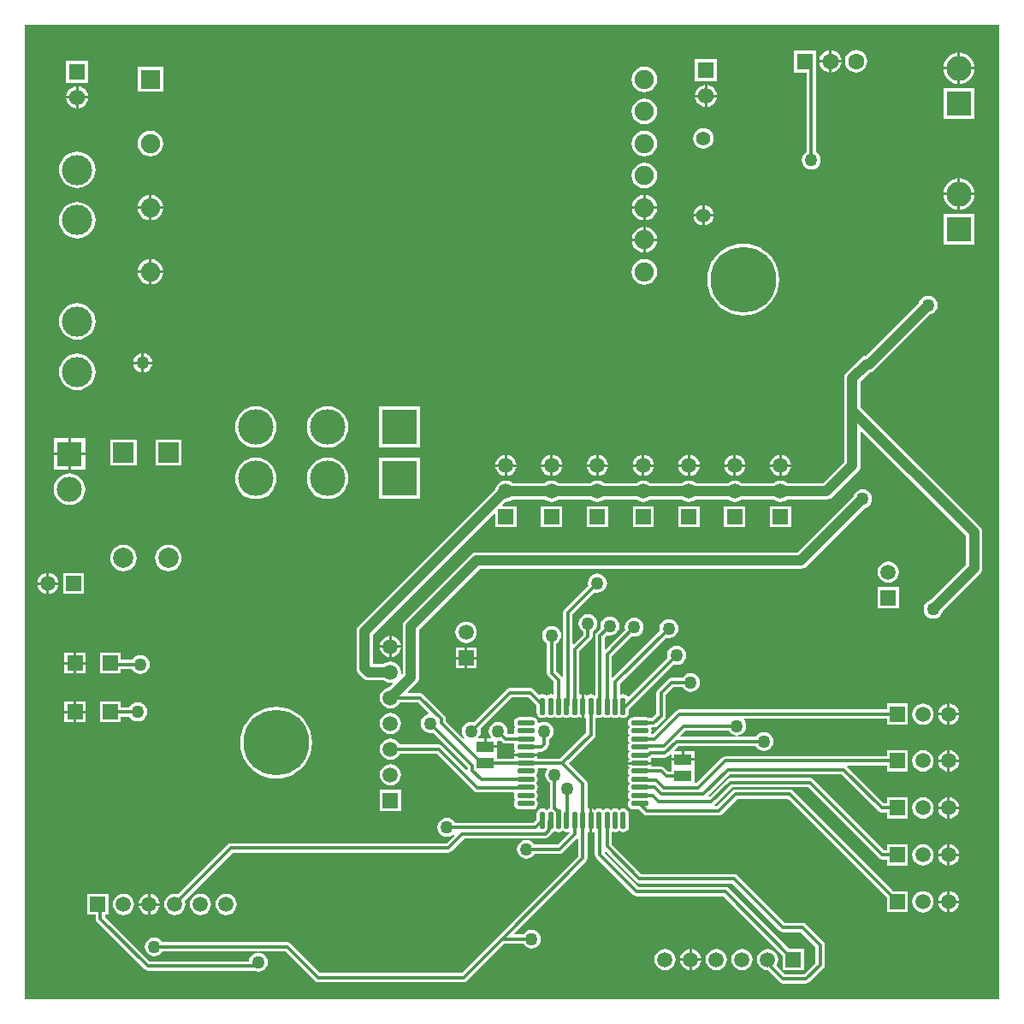
<source format=gbl>
%FSLAX23Y23*%
%MOIN*%
G70*
G01*
G75*
G04 Layer_Physical_Order=2*
G04 Layer_Color=16711680*
%ADD10R,0.083X0.055*%
%ADD11R,0.061X0.035*%
%ADD12R,0.035X0.061*%
%ADD13R,0.067X0.039*%
%ADD14R,0.059X0.059*%
%ADD15C,0.039*%
%ADD16C,0.012*%
%ADD17C,0.020*%
%ADD18R,0.059X0.059*%
%ADD19C,0.059*%
%ADD20C,0.256*%
%ADD21C,0.118*%
%ADD22C,0.075*%
%ADD23R,0.075X0.075*%
%ADD24C,0.062*%
%ADD25R,0.062X0.062*%
%ADD26R,0.138X0.138*%
%ADD27C,0.138*%
%ADD28R,0.063X0.063*%
%ADD29C,0.063*%
%ADD30C,0.098*%
%ADD31R,0.098X0.098*%
%ADD32C,0.055*%
%ADD33C,0.079*%
%ADD34R,0.079X0.079*%
%ADD35C,0.050*%
%ADD36O,0.020X0.069*%
%ADD37O,0.069X0.020*%
G36*
X5868Y3069D02*
X2069D01*
Y6868D01*
X5868D01*
Y3069D01*
D02*
G37*
%LPC*%
G36*
X3785Y4441D02*
X3749D01*
Y4405D01*
X3785D01*
Y4441D01*
D02*
G37*
G36*
X3831D02*
X3795D01*
Y4405D01*
X3831D01*
Y4441D01*
D02*
G37*
G36*
X3536Y4440D02*
X3500D01*
Y4404D01*
X3506Y4405D01*
X3516Y4409D01*
X3524Y4416D01*
X3531Y4424D01*
X3535Y4434D01*
X3536Y4440D01*
D02*
G37*
G36*
X2307Y4421D02*
X2271D01*
Y4385D01*
X2307D01*
Y4421D01*
D02*
G37*
G36*
X3490Y4440D02*
X3454D01*
X3455Y4434D01*
X3459Y4424D01*
X3466Y4416D01*
X3474Y4409D01*
X3484Y4405D01*
X3490Y4404D01*
Y4440D01*
D02*
G37*
G36*
Y4486D02*
X3484Y4485D01*
X3474Y4481D01*
X3466Y4474D01*
X3459Y4466D01*
X3455Y4456D01*
X3454Y4450D01*
X3490D01*
Y4486D01*
D02*
G37*
G36*
X5476Y4676D02*
X5394D01*
Y4594D01*
X5476D01*
Y4676D01*
D02*
G37*
G36*
X2301Y4731D02*
X2219D01*
Y4649D01*
X2301D01*
Y4731D01*
D02*
G37*
G36*
X5590Y5812D02*
X5580Y5811D01*
X5571Y5807D01*
X5564Y5801D01*
X5558Y5794D01*
X5554Y5785D01*
X5554Y5784D01*
X5346Y5576D01*
X5342Y5576D01*
X5334Y5573D01*
X5328Y5567D01*
X5273Y5512D01*
X5267Y5506D01*
X5264Y5498D01*
X5263Y5490D01*
Y5365D01*
Y5163D01*
X5182Y5082D01*
X5042D01*
X5036Y5086D01*
X5026Y5090D01*
X5015Y5092D01*
X5004Y5090D01*
X4994Y5086D01*
X4988Y5082D01*
X4863D01*
X4858Y5086D01*
X4847Y5090D01*
X4837Y5092D01*
X4826Y5090D01*
X4816Y5086D01*
X4810Y5082D01*
X4685D01*
X4679Y5086D01*
X4669Y5090D01*
X4658Y5092D01*
X4648Y5090D01*
X4637Y5086D01*
X4632Y5082D01*
X4507D01*
X4501Y5086D01*
X4491Y5090D01*
X4480Y5092D01*
X4469Y5090D01*
X4459Y5086D01*
X4453Y5082D01*
X4328D01*
X4323Y5086D01*
X4312Y5090D01*
X4302Y5092D01*
X4291Y5090D01*
X4281Y5086D01*
X4275Y5082D01*
X4150D01*
X4144Y5086D01*
X4134Y5090D01*
X4123Y5092D01*
X4113Y5090D01*
X4102Y5086D01*
X4097Y5082D01*
X3972D01*
X3966Y5086D01*
X3956Y5090D01*
X3945Y5092D01*
X3934Y5090D01*
X3924Y5086D01*
X3916Y5079D01*
X3909Y5071D01*
X3905Y5061D01*
X3904Y5058D01*
X3373Y4526D01*
X3367Y4519D01*
X3364Y4512D01*
X3363Y4504D01*
Y4360D01*
X3363Y4360D01*
X3363D01*
X3364Y4352D01*
X3367Y4344D01*
X3373Y4338D01*
X3388Y4323D01*
X3394Y4317D01*
X3402Y4314D01*
X3410Y4313D01*
X3468D01*
X3474Y4309D01*
X3484Y4305D01*
X3495Y4303D01*
X3503Y4304D01*
X3505Y4300D01*
X3491Y4286D01*
X3484Y4285D01*
X3474Y4281D01*
X3466Y4274D01*
X3459Y4266D01*
X3455Y4256D01*
X3453Y4245D01*
X3455Y4234D01*
X3459Y4224D01*
X3466Y4216D01*
X3474Y4209D01*
X3484Y4205D01*
X3495Y4203D01*
X3506Y4205D01*
X3516Y4209D01*
X3524Y4216D01*
X3531Y4224D01*
X3532Y4227D01*
X3603D01*
X3644Y4186D01*
X3642Y4181D01*
X3640Y4181D01*
X3631Y4177D01*
X3624Y4171D01*
X3618Y4164D01*
X3614Y4155D01*
X3613Y4145D01*
X3614Y4135D01*
X3618Y4126D01*
X3624Y4119D01*
X3631Y4113D01*
X3640Y4109D01*
X3650Y4108D01*
X3660Y4109D01*
X3660Y4109D01*
X3796Y3974D01*
Y3966D01*
X3791Y3964D01*
X3698Y4058D01*
X3692Y4062D01*
X3685Y4063D01*
X3532D01*
X3531Y4066D01*
X3524Y4074D01*
X3516Y4081D01*
X3506Y4085D01*
X3495Y4087D01*
X3484Y4085D01*
X3474Y4081D01*
X3466Y4074D01*
X3459Y4066D01*
X3455Y4056D01*
X3453Y4045D01*
X3455Y4034D01*
X3459Y4024D01*
X3466Y4016D01*
X3474Y4009D01*
X3484Y4005D01*
X3495Y4003D01*
X3506Y4005D01*
X3516Y4009D01*
X3524Y4016D01*
X3531Y4024D01*
X3532Y4027D01*
X3678D01*
X3822Y3882D01*
X3828Y3878D01*
X3835Y3877D01*
X3975D01*
X3978Y3873D01*
X3978Y3872D01*
X3976Y3864D01*
X3978Y3856D01*
X3982Y3848D01*
Y3848D01*
X3978Y3841D01*
X3976Y3833D01*
X3978Y3824D01*
X3982Y3817D01*
X3990Y3812D01*
X3998Y3810D01*
X4047D01*
X4056Y3812D01*
X4063Y3817D01*
X4068Y3824D01*
X4069Y3833D01*
X4068Y3841D01*
X4063Y3848D01*
Y3848D01*
X4068Y3856D01*
X4069Y3864D01*
X4068Y3872D01*
X4063Y3880D01*
Y3880D01*
X4068Y3887D01*
X4069Y3896D01*
X4068Y3904D01*
X4063Y3911D01*
Y3911D01*
X4068Y3919D01*
X4069Y3927D01*
X4068Y3935D01*
X4063Y3943D01*
Y3943D01*
X4068Y3950D01*
X4069Y3959D01*
X4068Y3967D01*
X4067Y3968D01*
X4070Y3972D01*
X4104D01*
X4106Y3967D01*
X4103Y3964D01*
X4099Y3955D01*
X4098Y3945D01*
X4099Y3935D01*
X4103Y3926D01*
X4109Y3919D01*
X4116Y3913D01*
X4117Y3913D01*
Y3815D01*
X4117Y3814D01*
X4111Y3813D01*
X4103Y3808D01*
X4103D01*
X4096Y3813D01*
X4088Y3814D01*
X4079Y3813D01*
X4072Y3808D01*
X4067Y3801D01*
X4065Y3792D01*
Y3771D01*
X4052Y3758D01*
X3747D01*
X3747Y3759D01*
X3741Y3766D01*
X3734Y3772D01*
X3725Y3776D01*
X3715Y3777D01*
X3705Y3776D01*
X3696Y3772D01*
X3689Y3766D01*
X3683Y3759D01*
X3679Y3750D01*
X3678Y3740D01*
X3679Y3730D01*
X3683Y3721D01*
X3689Y3714D01*
X3696Y3708D01*
X3705Y3704D01*
X3715Y3703D01*
X3725Y3704D01*
X3734Y3708D01*
X3741Y3713D01*
X3741D01*
D01*
X3742Y3712D01*
X3742D01*
X3743Y3711D01*
X3743Y3708D01*
X3713Y3678D01*
X2875D01*
X2868Y3677D01*
X2862Y3673D01*
X2669Y3479D01*
X2666Y3480D01*
X2655Y3482D01*
X2644Y3480D01*
X2634Y3476D01*
X2626Y3469D01*
X2619Y3461D01*
X2615Y3451D01*
X2613Y3440D01*
X2615Y3429D01*
X2619Y3419D01*
X2626Y3411D01*
X2634Y3404D01*
X2644Y3400D01*
X2655Y3398D01*
X2666Y3400D01*
X2676Y3404D01*
X2684Y3411D01*
X2691Y3419D01*
X2695Y3429D01*
X2697Y3440D01*
X2695Y3451D01*
X2694Y3454D01*
X2882Y3642D01*
X3720D01*
X3727Y3643D01*
X3733Y3647D01*
X3783Y3697D01*
X4099D01*
X4106Y3699D01*
X4112Y3703D01*
X4128Y3719D01*
X4132Y3725D01*
X4142Y3723D01*
X4142Y3723D01*
X4151Y3721D01*
X4159Y3723D01*
X4166Y3727D01*
X4166D01*
X4174Y3723D01*
X4182Y3721D01*
X4190Y3723D01*
X4193Y3718D01*
X4148Y3673D01*
X4057D01*
X4057Y3674D01*
X4051Y3681D01*
X4044Y3687D01*
X4035Y3691D01*
X4025Y3692D01*
X4015Y3691D01*
X4006Y3687D01*
X3999Y3681D01*
X3993Y3674D01*
X3989Y3665D01*
X3988Y3655D01*
X3989Y3645D01*
X3993Y3636D01*
X3999Y3629D01*
X4006Y3623D01*
X4015Y3619D01*
X4025Y3618D01*
X4035Y3619D01*
X4044Y3623D01*
X4051Y3629D01*
X4057Y3636D01*
X4057Y3637D01*
X4155D01*
X4162Y3638D01*
X4168Y3642D01*
X4222Y3697D01*
X4227Y3695D01*
Y3627D01*
X3917Y3318D01*
X3773Y3173D01*
X3222D01*
X3108Y3288D01*
X3102Y3292D01*
X3095Y3293D01*
X2607D01*
X2607Y3294D01*
X2601Y3301D01*
X2594Y3307D01*
X2585Y3311D01*
X2575Y3312D01*
X2565Y3311D01*
X2556Y3307D01*
X2549Y3301D01*
X2543Y3294D01*
X2539Y3285D01*
X2538Y3275D01*
X2539Y3265D01*
X2543Y3256D01*
X2549Y3249D01*
X2556Y3243D01*
X2565Y3239D01*
X2575Y3238D01*
X2585Y3239D01*
X2594Y3243D01*
X2601Y3249D01*
X2607Y3256D01*
X2607Y3257D01*
X2978D01*
X2979Y3252D01*
X2979Y3252D01*
D01*
X2970Y3251D01*
X2961Y3247D01*
X2954Y3241D01*
X2948Y3234D01*
X2944Y3225D01*
X2943Y3218D01*
X2557D01*
X2383Y3392D01*
Y3399D01*
X2396D01*
Y3481D01*
X2314D01*
Y3399D01*
X2347D01*
Y3385D01*
X2347Y3385D01*
X2347D01*
X2348Y3378D01*
X2352Y3372D01*
X2537Y3187D01*
X2543Y3183D01*
X2550Y3182D01*
X2964D01*
X2970Y3179D01*
X2980Y3178D01*
X2990Y3179D01*
X2999Y3183D01*
X3006Y3189D01*
X3012Y3196D01*
X3016Y3205D01*
X3017Y3215D01*
X3016Y3225D01*
X3012Y3234D01*
X3006Y3241D01*
X2999Y3247D01*
X2990Y3251D01*
X2981Y3252D01*
X2982Y3257D01*
X3088D01*
X3202Y3142D01*
X3202Y3142D01*
X3202D01*
X3202Y3142D01*
X3202D01*
X3202Y3142D01*
Y3142D01*
Y3142D01*
D01*
D01*
X3202D01*
Y3142D01*
X3208Y3138D01*
X3215Y3137D01*
X3780D01*
X3787Y3138D01*
X3793Y3142D01*
X3937Y3287D01*
X4013D01*
X4013Y3286D01*
X4019Y3279D01*
X4026Y3273D01*
X4035Y3269D01*
X4045Y3268D01*
X4055Y3269D01*
X4064Y3273D01*
X4071Y3279D01*
X4077Y3286D01*
X4081Y3295D01*
X4082Y3305D01*
X4081Y3315D01*
X4077Y3324D01*
X4071Y3331D01*
X4064Y3337D01*
X4055Y3341D01*
X4045Y3342D01*
X4035Y3341D01*
X4026Y3337D01*
X4019Y3331D01*
X4013Y3324D01*
X4013Y3323D01*
X3980D01*
X3978Y3328D01*
X4258Y3607D01*
X4262Y3613D01*
X4263Y3620D01*
Y3721D01*
X4267Y3723D01*
X4268Y3723D01*
X4271Y3722D01*
Y3768D01*
Y3813D01*
X4268Y3813D01*
X4267Y3812D01*
X4263Y3815D01*
Y3910D01*
X4262Y3917D01*
X4258Y3923D01*
X4191Y3990D01*
X4289Y4089D01*
X4293Y4095D01*
X4295Y4101D01*
Y4165D01*
X4299Y4168D01*
X4300Y4167D01*
X4308Y4166D01*
X4316Y4167D01*
X4324Y4172D01*
X4324D01*
X4331Y4167D01*
X4339Y4166D01*
X4348Y4167D01*
X4355Y4172D01*
X4355D01*
X4363Y4167D01*
X4371Y4166D01*
X4379Y4167D01*
X4387Y4172D01*
X4387D01*
X4394Y4167D01*
X4402Y4166D01*
X4411Y4167D01*
X4418Y4172D01*
X4423Y4179D01*
X4425Y4188D01*
Y4199D01*
X4425Y4200D01*
X4600Y4374D01*
X4600Y4374D01*
X4610Y4373D01*
X4620Y4374D01*
X4629Y4378D01*
X4636Y4384D01*
X4642Y4391D01*
X4646Y4400D01*
X4647Y4410D01*
X4646Y4420D01*
X4642Y4429D01*
X4636Y4436D01*
X4629Y4442D01*
X4620Y4446D01*
X4610Y4447D01*
X4600Y4446D01*
X4591Y4442D01*
X4584Y4436D01*
X4578Y4429D01*
X4574Y4420D01*
X4573Y4410D01*
X4574Y4400D01*
X4574Y4400D01*
X4424Y4250D01*
X4420Y4251D01*
X4418Y4253D01*
X4411Y4257D01*
X4402Y4259D01*
X4394Y4257D01*
X4393Y4257D01*
X4389Y4259D01*
Y4299D01*
X4570Y4479D01*
X4570Y4479D01*
X4580Y4478D01*
X4590Y4479D01*
X4599Y4483D01*
X4606Y4489D01*
X4612Y4496D01*
X4616Y4505D01*
X4617Y4515D01*
X4616Y4525D01*
X4612Y4534D01*
X4606Y4541D01*
X4599Y4547D01*
X4590Y4551D01*
X4580Y4552D01*
X4570Y4551D01*
X4561Y4547D01*
X4554Y4541D01*
X4548Y4534D01*
X4544Y4525D01*
X4543Y4515D01*
X4544Y4505D01*
X4544Y4505D01*
X4362Y4323D01*
X4358Y4325D01*
Y4407D01*
X4435Y4484D01*
X4435Y4484D01*
X4445Y4483D01*
X4455Y4484D01*
X4464Y4488D01*
X4471Y4494D01*
X4477Y4501D01*
X4481Y4510D01*
X4482Y4520D01*
X4481Y4530D01*
X4477Y4539D01*
X4471Y4546D01*
X4464Y4552D01*
X4455Y4556D01*
X4445Y4557D01*
X4435Y4556D01*
X4426Y4552D01*
X4419Y4546D01*
X4413Y4539D01*
X4409Y4530D01*
X4408Y4520D01*
X4409Y4510D01*
X4409Y4510D01*
X4335Y4435D01*
X4330Y4437D01*
Y4479D01*
X4340Y4489D01*
X4340Y4489D01*
X4350Y4488D01*
X4360Y4489D01*
X4369Y4493D01*
X4376Y4499D01*
X4382Y4506D01*
X4386Y4515D01*
X4387Y4525D01*
X4386Y4535D01*
X4382Y4544D01*
X4376Y4551D01*
X4369Y4557D01*
X4360Y4561D01*
X4350Y4562D01*
X4340Y4561D01*
X4331Y4557D01*
X4324Y4551D01*
X4318Y4544D01*
X4314Y4535D01*
X4313Y4525D01*
X4314Y4515D01*
X4314Y4515D01*
X4299Y4500D01*
X4295Y4494D01*
X4294Y4487D01*
Y4257D01*
X4289Y4254D01*
X4285Y4257D01*
X4276Y4259D01*
X4268Y4257D01*
X4261Y4253D01*
X4261D01*
X4253Y4257D01*
X4250Y4258D01*
Y4212D01*
Y4167D01*
X4253Y4167D01*
X4254Y4168D01*
X4258Y4165D01*
Y4109D01*
X4158Y4008D01*
X4070D01*
X4067Y4012D01*
X4068Y4013D01*
X4068Y4016D01*
X3977D01*
X3978Y4013D01*
X3978Y4012D01*
X3976Y4008D01*
X3910D01*
Y4022D01*
D01*
Y4022D01*
X3910Y4022D01*
Y4024D01*
X3910D01*
Y4050D01*
X3865D01*
Y4055D01*
X3860D01*
Y4086D01*
X3840D01*
X3838Y4091D01*
X3842Y4096D01*
X3846Y4105D01*
X3847Y4115D01*
X3846Y4125D01*
X3846Y4125D01*
X3967Y4247D01*
X4033D01*
X4065Y4214D01*
Y4188D01*
X4067Y4179D01*
X4072Y4172D01*
X4079Y4167D01*
X4088Y4166D01*
X4096Y4167D01*
X4103Y4172D01*
X4103D01*
X4111Y4167D01*
X4119Y4166D01*
X4127Y4167D01*
X4135Y4172D01*
X4135D01*
X4142Y4167D01*
X4151Y4166D01*
X4159Y4167D01*
X4166Y4172D01*
X4166D01*
X4174Y4167D01*
X4182Y4166D01*
X4190Y4167D01*
X4198Y4172D01*
X4198D01*
X4205Y4167D01*
X4214Y4166D01*
X4222Y4167D01*
X4229Y4172D01*
X4229D01*
X4237Y4167D01*
X4240Y4167D01*
Y4212D01*
Y4258D01*
X4237Y4257D01*
X4236Y4257D01*
X4232Y4259D01*
Y4426D01*
X4278Y4472D01*
X4282Y4478D01*
X4283Y4485D01*
X4283Y4485D01*
X4283Y4485D01*
Y4485D01*
Y4503D01*
X4284Y4503D01*
X4291Y4509D01*
X4297Y4516D01*
X4301Y4525D01*
X4302Y4535D01*
X4301Y4545D01*
X4297Y4554D01*
X4291Y4561D01*
X4284Y4567D01*
X4275Y4571D01*
X4265Y4572D01*
X4255Y4571D01*
X4246Y4567D01*
X4239Y4561D01*
X4233Y4554D01*
X4229Y4545D01*
X4228Y4535D01*
X4229Y4525D01*
X4233Y4516D01*
X4239Y4509D01*
X4246Y4503D01*
X4247Y4503D01*
Y4492D01*
X4209Y4454D01*
X4204Y4456D01*
Y4568D01*
X4292Y4656D01*
X4292Y4656D01*
X4302Y4655D01*
X4311Y4656D01*
X4320Y4660D01*
X4328Y4665D01*
X4334Y4673D01*
X4338Y4682D01*
X4339Y4692D01*
X4338Y4701D01*
X4334Y4710D01*
X4328Y4718D01*
X4320Y4724D01*
X4311Y4728D01*
X4302Y4729D01*
X4292Y4728D01*
X4283Y4724D01*
X4275Y4718D01*
X4270Y4710D01*
X4266Y4701D01*
X4265Y4692D01*
X4266Y4682D01*
X4266Y4682D01*
X4173Y4589D01*
X4169Y4583D01*
X4168Y4576D01*
Y4330D01*
X4163Y4327D01*
X4163Y4327D01*
X4141Y4349D01*
Y4456D01*
X4142Y4456D01*
X4150Y4462D01*
X4155Y4470D01*
X4159Y4479D01*
X4160Y4488D01*
X4159Y4498D01*
X4155Y4507D01*
X4150Y4515D01*
X4142Y4520D01*
X4133Y4524D01*
X4123Y4525D01*
X4114Y4524D01*
X4105Y4520D01*
X4097Y4515D01*
X4091Y4507D01*
X4087Y4498D01*
X4086Y4488D01*
X4087Y4479D01*
X4091Y4470D01*
X4097Y4462D01*
X4105Y4456D01*
X4105Y4456D01*
Y4342D01*
X4105Y4342D01*
X4105D01*
X4107Y4335D01*
X4111Y4329D01*
X4132Y4307D01*
Y4259D01*
X4128Y4257D01*
X4127Y4257D01*
X4119Y4259D01*
X4111Y4257D01*
X4103Y4253D01*
X4103D01*
X4096Y4257D01*
X4088Y4259D01*
X4079Y4257D01*
X4075Y4255D01*
X4053Y4278D01*
X4047Y4282D01*
X4040Y4283D01*
X3960D01*
X3953Y4282D01*
X3947Y4278D01*
X3820Y4151D01*
X3820Y4151D01*
X3810Y4152D01*
X3800Y4151D01*
X3791Y4147D01*
X3784Y4141D01*
X3778Y4134D01*
X3774Y4125D01*
X3773Y4115D01*
X3774Y4105D01*
X3778Y4096D01*
X3783Y4089D01*
X3782Y4088D01*
Y4088D01*
X3781Y4087D01*
X3778Y4087D01*
X3711Y4155D01*
Y4163D01*
X3709Y4170D01*
X3705Y4175D01*
X3623Y4258D01*
X3617Y4262D01*
X3610Y4263D01*
X3565D01*
X3563Y4268D01*
X3597Y4303D01*
X3603Y4309D01*
X3606Y4317D01*
X3607Y4325D01*
X3607Y4325D01*
X3607Y4325D01*
Y4325D01*
Y4512D01*
X3843Y4748D01*
X5095D01*
X5103Y4749D01*
X5111Y4752D01*
X5117Y4758D01*
X5344Y4984D01*
X5345Y4984D01*
X5354Y4988D01*
X5361Y4994D01*
X5367Y5001D01*
X5371Y5010D01*
X5372Y5020D01*
X5371Y5030D01*
X5367Y5039D01*
X5361Y5046D01*
X5354Y5052D01*
X5345Y5056D01*
X5335Y5057D01*
X5325Y5056D01*
X5316Y5052D01*
X5309Y5046D01*
X5303Y5039D01*
X5299Y5030D01*
X5299Y5029D01*
X5082Y4812D01*
X3830D01*
X3822Y4811D01*
X3814Y4808D01*
X3808Y4802D01*
X3553Y4547D01*
X3547Y4541D01*
X3544Y4533D01*
X3543Y4525D01*
Y4338D01*
X3539Y4336D01*
X3536Y4337D01*
X3537Y4345D01*
X3535Y4356D01*
X3531Y4366D01*
X3524Y4374D01*
X3516Y4381D01*
X3506Y4385D01*
X3495Y4387D01*
X3484Y4385D01*
X3474Y4381D01*
X3468Y4377D01*
X3427D01*
Y4490D01*
X3899Y4963D01*
X3904Y4961D01*
Y4909D01*
X3986D01*
Y4991D01*
X3934D01*
X3932Y4996D01*
X3945Y5008D01*
X3945Y5008D01*
X3956Y5010D01*
X3966Y5014D01*
X3972Y5018D01*
X4097D01*
X4102Y5014D01*
X4113Y5010D01*
X4123Y5008D01*
X4134Y5010D01*
X4144Y5014D01*
X4150Y5018D01*
X4275D01*
X4281Y5014D01*
X4291Y5010D01*
X4302Y5008D01*
X4312Y5010D01*
X4323Y5014D01*
X4328Y5018D01*
X4453D01*
X4459Y5014D01*
X4469Y5010D01*
X4480Y5008D01*
X4491Y5010D01*
X4501Y5014D01*
X4507Y5018D01*
X4632D01*
X4637Y5014D01*
X4648Y5010D01*
X4658Y5008D01*
X4669Y5010D01*
X4679Y5014D01*
X4685Y5018D01*
X4810D01*
X4816Y5014D01*
X4826Y5010D01*
X4837Y5008D01*
X4847Y5010D01*
X4858Y5014D01*
X4863Y5018D01*
X4988D01*
X4994Y5014D01*
X5004Y5010D01*
X5015Y5008D01*
X5026Y5010D01*
X5036Y5014D01*
X5042Y5018D01*
X5195D01*
X5203Y5019D01*
X5211Y5022D01*
X5217Y5028D01*
X5217Y5028D01*
X5217Y5028D01*
X5317Y5128D01*
X5323Y5134D01*
X5326Y5142D01*
X5327Y5150D01*
X5327Y5150D01*
X5327Y5150D01*
Y5150D01*
Y5282D01*
X5331Y5284D01*
X5738Y4877D01*
Y4763D01*
X5601Y4626D01*
X5600Y4626D01*
X5591Y4622D01*
X5584Y4616D01*
X5578Y4609D01*
X5574Y4600D01*
X5573Y4590D01*
X5574Y4580D01*
X5578Y4571D01*
X5584Y4564D01*
X5591Y4558D01*
X5600Y4554D01*
X5610Y4553D01*
X5620Y4554D01*
X5629Y4558D01*
X5636Y4564D01*
X5642Y4571D01*
X5646Y4580D01*
X5646Y4581D01*
X5792Y4728D01*
X5798Y4734D01*
X5801Y4742D01*
X5802Y4750D01*
X5802Y4750D01*
X5802Y4750D01*
Y4750D01*
Y4890D01*
X5801Y4898D01*
X5798Y4906D01*
X5792Y4912D01*
X5327Y5378D01*
Y5477D01*
X5364Y5514D01*
X5368Y5514D01*
X5376Y5517D01*
X5382Y5523D01*
X5599Y5739D01*
X5600Y5739D01*
X5609Y5743D01*
X5616Y5749D01*
X5622Y5756D01*
X5626Y5765D01*
X5627Y5775D01*
X5626Y5785D01*
X5622Y5794D01*
X5616Y5801D01*
X5609Y5807D01*
X5600Y5811D01*
X5590Y5812D01*
D02*
G37*
G36*
X3500Y4486D02*
Y4450D01*
X3536D01*
X3535Y4456D01*
X3531Y4466D01*
X3524Y4474D01*
X3516Y4481D01*
X3506Y4485D01*
X3500Y4486D01*
D02*
G37*
G36*
X3790Y4542D02*
X3779Y4540D01*
X3769Y4536D01*
X3761Y4529D01*
X3754Y4521D01*
X3750Y4511D01*
X3748Y4500D01*
X3750Y4489D01*
X3754Y4479D01*
X3761Y4471D01*
X3769Y4464D01*
X3779Y4460D01*
X3790Y4458D01*
X3801Y4460D01*
X3811Y4464D01*
X3819Y4471D01*
X3826Y4479D01*
X3830Y4489D01*
X3832Y4500D01*
X3830Y4511D01*
X3826Y4521D01*
X3819Y4529D01*
X3811Y4536D01*
X3801Y4540D01*
X3790Y4542D01*
D02*
G37*
G36*
X2261Y4421D02*
X2225D01*
Y4385D01*
X2261D01*
Y4421D01*
D02*
G37*
G36*
Y4231D02*
X2225D01*
Y4195D01*
X2261D01*
Y4231D01*
D02*
G37*
G36*
X2307D02*
X2271D01*
Y4195D01*
X2307D01*
Y4231D01*
D02*
G37*
G36*
X5675Y4223D02*
Y4187D01*
X5711D01*
X5710Y4192D01*
X5706Y4202D01*
X5699Y4211D01*
X5691Y4218D01*
X5681Y4222D01*
X5675Y4223D01*
D02*
G37*
G36*
X2445Y4231D02*
X2363D01*
Y4149D01*
X2445D01*
Y4172D01*
X2478D01*
X2478Y4171D01*
X2484Y4164D01*
X2491Y4158D01*
X2500Y4154D01*
X2510Y4153D01*
X2520Y4154D01*
X2529Y4158D01*
X2536Y4164D01*
X2542Y4171D01*
X2546Y4180D01*
X2547Y4190D01*
X2546Y4200D01*
X2542Y4209D01*
X2536Y4216D01*
X2529Y4222D01*
X2520Y4226D01*
X2510Y4227D01*
X2500Y4226D01*
X2491Y4222D01*
X2484Y4216D01*
X2478Y4209D01*
X2478Y4208D01*
X2445D01*
Y4231D01*
D02*
G37*
G36*
X5665Y4223D02*
X5659Y4222D01*
X5649Y4218D01*
X5641Y4211D01*
X5634Y4202D01*
X5630Y4192D01*
X5629Y4187D01*
X5665D01*
Y4223D01*
D02*
G37*
G36*
X4665Y4342D02*
X4655Y4341D01*
X4646Y4337D01*
X4639Y4331D01*
X4633Y4324D01*
X4633Y4323D01*
X4590D01*
X4583Y4322D01*
X4577Y4318D01*
X4537Y4278D01*
X4533Y4272D01*
X4532Y4265D01*
Y4182D01*
X4515Y4166D01*
X4504D01*
X4500Y4168D01*
X4492Y4170D01*
X4443D01*
X4434Y4168D01*
X4427Y4163D01*
X4422Y4156D01*
X4421Y4147D01*
X4422Y4139D01*
X4427Y4132D01*
Y4132D01*
X4422Y4124D01*
X4421Y4116D01*
X4422Y4108D01*
X4427Y4100D01*
Y4100D01*
X4422Y4093D01*
X4421Y4084D01*
X4422Y4076D01*
X4427Y4069D01*
Y4069D01*
X4422Y4061D01*
X4421Y4053D01*
X4422Y4045D01*
X4427Y4037D01*
Y4037D01*
X4422Y4030D01*
X4421Y4021D01*
X4422Y4013D01*
X4427Y4006D01*
Y4006D01*
X4422Y3998D01*
X4422Y3995D01*
X4513D01*
X4512Y3998D01*
X4512Y3998D01*
X4510Y4009D01*
X4515Y4012D01*
X4565D01*
X4572Y4013D01*
X4578Y4017D01*
X4585Y4025D01*
X4590Y4023D01*
Y4010D01*
X4630D01*
Y4036D01*
X4604D01*
X4602Y4041D01*
X4617Y4057D01*
X4918D01*
X4918Y4056D01*
X4924Y4049D01*
X4931Y4043D01*
X4940Y4039D01*
X4950Y4038D01*
X4960Y4039D01*
X4969Y4043D01*
X4976Y4049D01*
X4982Y4056D01*
X4986Y4065D01*
X4987Y4075D01*
X4986Y4085D01*
X4982Y4094D01*
X4976Y4101D01*
X4969Y4107D01*
X4960Y4111D01*
X4950Y4112D01*
X4940Y4111D01*
X4931Y4107D01*
X4924Y4101D01*
X4918Y4094D01*
X4918Y4093D01*
X4847D01*
X4847Y4093D01*
X4846Y4097D01*
X4846D01*
X4846Y4098D01*
X4846Y4098D01*
Y4098D01*
X4855Y4099D01*
X4864Y4103D01*
X4871Y4109D01*
X4877Y4116D01*
X4881Y4125D01*
X4882Y4135D01*
X4881Y4145D01*
X4877Y4154D01*
X4873Y4159D01*
X4875Y4163D01*
X5429D01*
Y4140D01*
X5511D01*
Y4223D01*
X5429D01*
Y4200D01*
X4622D01*
X4615Y4198D01*
X4609Y4194D01*
X4518Y4104D01*
X4513Y4105D01*
X4512Y4107D01*
X4512Y4108D01*
X4514Y4116D01*
X4512Y4124D01*
X4512Y4125D01*
X4514Y4129D01*
X4522D01*
X4529Y4131D01*
X4535Y4135D01*
X4563Y4162D01*
X4567Y4168D01*
X4568Y4175D01*
X4568Y4175D01*
X4568Y4175D01*
Y4175D01*
Y4258D01*
X4597Y4287D01*
X4633D01*
X4633Y4286D01*
X4639Y4279D01*
X4646Y4273D01*
X4655Y4269D01*
X4665Y4268D01*
X4675Y4269D01*
X4684Y4273D01*
X4691Y4279D01*
X4697Y4286D01*
X4701Y4295D01*
X4702Y4305D01*
X4701Y4315D01*
X4697Y4324D01*
X4691Y4331D01*
X4684Y4337D01*
X4675Y4341D01*
X4665Y4342D01*
D02*
G37*
G36*
X3785Y4395D02*
X3749D01*
Y4359D01*
X3785D01*
Y4395D01*
D02*
G37*
G36*
X3831D02*
X3795D01*
Y4359D01*
X3831D01*
Y4395D01*
D02*
G37*
G36*
X2307Y4375D02*
X2271D01*
Y4339D01*
X2307D01*
Y4375D01*
D02*
G37*
G36*
X2445Y4421D02*
X2363D01*
Y4339D01*
X2445D01*
Y4357D01*
X2488D01*
X2488Y4356D01*
X2494Y4349D01*
X2501Y4343D01*
X2510Y4339D01*
X2520Y4338D01*
X2530Y4339D01*
X2539Y4343D01*
X2546Y4349D01*
X2552Y4356D01*
X2556Y4365D01*
X2557Y4375D01*
X2556Y4385D01*
X2552Y4394D01*
X2546Y4401D01*
X2539Y4407D01*
X2530Y4411D01*
X2520Y4412D01*
X2510Y4411D01*
X2501Y4407D01*
X2494Y4401D01*
X2488Y4394D01*
X2488Y4393D01*
X2445D01*
Y4421D01*
D02*
G37*
G36*
X2261Y4375D02*
X2225D01*
Y4339D01*
X2261D01*
Y4375D01*
D02*
G37*
G36*
X3250Y5181D02*
X3234Y5179D01*
X3219Y5175D01*
X3205Y5167D01*
X3193Y5157D01*
X3183Y5145D01*
X3175Y5131D01*
X3170Y5115D01*
X3169Y5100D01*
X3170Y5084D01*
X3175Y5069D01*
X3183Y5055D01*
X3193Y5042D01*
X3205Y5032D01*
X3219Y5025D01*
X3234Y5020D01*
X3250Y5019D01*
X3266Y5020D01*
X3281Y5025D01*
X3295Y5032D01*
X3307Y5042D01*
X3317Y5055D01*
X3325Y5069D01*
X3330Y5084D01*
X3331Y5100D01*
X3330Y5115D01*
X3325Y5131D01*
X3317Y5145D01*
X3307Y5157D01*
X3295Y5167D01*
X3281Y5175D01*
X3266Y5179D01*
X3250Y5181D01*
D02*
G37*
G36*
X3610Y5180D02*
X3449D01*
Y5019D01*
X3610D01*
Y5180D01*
D02*
G37*
G36*
X2970Y5181D02*
X2955Y5179D01*
X2939Y5175D01*
X2925Y5167D01*
X2913Y5157D01*
X2903Y5145D01*
X2896Y5131D01*
X2891Y5115D01*
X2889Y5100D01*
X2891Y5084D01*
X2896Y5069D01*
X2903Y5055D01*
X2913Y5042D01*
X2925Y5032D01*
X2939Y5025D01*
X2955Y5020D01*
X2970Y5019D01*
X2986Y5020D01*
X3002Y5025D01*
X3016Y5032D01*
X3028Y5042D01*
X3038Y5055D01*
X3045Y5069D01*
X3050Y5084D01*
X3052Y5100D01*
X3050Y5115D01*
X3045Y5131D01*
X3038Y5145D01*
X3028Y5157D01*
X3016Y5167D01*
X3002Y5175D01*
X2986Y5179D01*
X2970Y5181D01*
D02*
G37*
G36*
X5056Y4991D02*
X4974D01*
Y4909D01*
X5056D01*
Y4991D01*
D02*
G37*
G36*
X2245Y5119D02*
X2233Y5117D01*
X2222Y5114D01*
X2211Y5108D01*
X2202Y5101D01*
X2194Y5091D01*
X2188Y5081D01*
X2185Y5069D01*
X2184Y5057D01*
X2185Y5045D01*
X2188Y5034D01*
X2194Y5023D01*
X2202Y5014D01*
X2211Y5006D01*
X2222Y5001D01*
X2233Y4997D01*
X2245Y4996D01*
X2257Y4997D01*
X2268Y5001D01*
X2279Y5006D01*
X2288Y5014D01*
X2296Y5023D01*
X2302Y5034D01*
X2305Y5045D01*
X2306Y5057D01*
X2305Y5069D01*
X2302Y5081D01*
X2296Y5091D01*
X2288Y5101D01*
X2279Y5108D01*
X2268Y5114D01*
X2257Y5117D01*
X2245Y5119D01*
D02*
G37*
G36*
X3940Y5145D02*
X3904D01*
X3905Y5139D01*
X3909Y5129D01*
X3916Y5121D01*
X3924Y5114D01*
X3934Y5110D01*
X3940Y5109D01*
Y5145D01*
D02*
G37*
G36*
X4297D02*
X4261D01*
X4261Y5139D01*
X4266Y5129D01*
X4272Y5121D01*
X4281Y5114D01*
X4291Y5110D01*
X4297Y5109D01*
Y5145D01*
D02*
G37*
G36*
X4343D02*
X4307D01*
Y5109D01*
X4312Y5110D01*
X4323Y5114D01*
X4331Y5121D01*
X4338Y5129D01*
X4342Y5139D01*
X4343Y5145D01*
D02*
G37*
G36*
X4164D02*
X4128D01*
Y5109D01*
X4134Y5110D01*
X4144Y5114D01*
X4153Y5121D01*
X4159Y5129D01*
X4164Y5139D01*
X4164Y5145D01*
D02*
G37*
G36*
X3986D02*
X3950D01*
Y5109D01*
X3956Y5110D01*
X3966Y5114D01*
X3974Y5121D01*
X3981Y5129D01*
X3985Y5139D01*
X3986Y5145D01*
D02*
G37*
G36*
X4118D02*
X4082D01*
X4083Y5139D01*
X4087Y5129D01*
X4094Y5121D01*
X4102Y5114D01*
X4113Y5110D01*
X4118Y5109D01*
Y5145D01*
D02*
G37*
G36*
X4878Y4991D02*
X4795D01*
Y4909D01*
X4878D01*
Y4991D01*
D02*
G37*
G36*
X2155Y4731D02*
X2149Y4730D01*
X2139Y4726D01*
X2131Y4719D01*
X2124Y4711D01*
X2120Y4701D01*
X2119Y4695D01*
X2155D01*
Y4731D01*
D02*
G37*
G36*
X2165D02*
Y4695D01*
X2201D01*
X2200Y4701D01*
X2196Y4711D01*
X2189Y4719D01*
X2181Y4726D01*
X2171Y4730D01*
X2165Y4731D01*
D02*
G37*
G36*
X5435Y4777D02*
X5424Y4775D01*
X5414Y4771D01*
X5406Y4764D01*
X5399Y4756D01*
X5395Y4746D01*
X5393Y4735D01*
X5395Y4724D01*
X5399Y4714D01*
X5406Y4706D01*
X5414Y4699D01*
X5424Y4695D01*
X5435Y4693D01*
X5446Y4695D01*
X5456Y4699D01*
X5464Y4706D01*
X5471Y4714D01*
X5475Y4724D01*
X5477Y4735D01*
X5475Y4746D01*
X5471Y4756D01*
X5464Y4764D01*
X5456Y4771D01*
X5446Y4775D01*
X5435Y4777D01*
D02*
G37*
G36*
X2155Y4685D02*
X2119D01*
X2120Y4679D01*
X2124Y4669D01*
X2131Y4661D01*
X2139Y4654D01*
X2149Y4650D01*
X2155Y4649D01*
Y4685D01*
D02*
G37*
G36*
X2201D02*
X2165D01*
Y4649D01*
X2171Y4650D01*
X2181Y4654D01*
X2189Y4661D01*
X2196Y4669D01*
X2200Y4679D01*
X2201Y4685D01*
D02*
G37*
G36*
X2455Y4841D02*
X2442Y4839D01*
X2429Y4834D01*
X2418Y4826D01*
X2410Y4815D01*
X2405Y4802D01*
X2403Y4789D01*
X2405Y4776D01*
X2410Y4763D01*
X2418Y4753D01*
X2429Y4744D01*
X2442Y4739D01*
X2455Y4737D01*
X2468Y4739D01*
X2481Y4744D01*
X2492Y4753D01*
X2500Y4763D01*
X2505Y4776D01*
X2507Y4789D01*
X2505Y4802D01*
X2500Y4815D01*
X2492Y4826D01*
X2481Y4834D01*
X2468Y4839D01*
X2455Y4841D01*
D02*
G37*
G36*
X4521Y4991D02*
X4439D01*
Y4909D01*
X4521D01*
Y4991D01*
D02*
G37*
G36*
X4700D02*
X4617D01*
Y4909D01*
X4700D01*
Y4991D01*
D02*
G37*
G36*
X4343D02*
X4260D01*
Y4909D01*
X4343D01*
Y4991D01*
D02*
G37*
G36*
X2630Y4841D02*
X2617Y4839D01*
X2604Y4834D01*
X2593Y4826D01*
X2585Y4815D01*
X2580Y4802D01*
X2578Y4789D01*
X2580Y4776D01*
X2585Y4763D01*
X2593Y4753D01*
X2604Y4744D01*
X2617Y4739D01*
X2630Y4737D01*
X2643Y4739D01*
X2656Y4744D01*
X2667Y4753D01*
X2675Y4763D01*
X2680Y4776D01*
X2682Y4789D01*
X2680Y4802D01*
X2675Y4815D01*
X2667Y4826D01*
X2656Y4834D01*
X2643Y4839D01*
X2630Y4841D01*
D02*
G37*
G36*
X4165Y4991D02*
X4082D01*
Y4909D01*
X4165D01*
Y4991D01*
D02*
G37*
G36*
X2307Y4185D02*
X2271D01*
Y4149D01*
X2307D01*
Y4185D01*
D02*
G37*
G36*
X2550Y3481D02*
X2544Y3480D01*
X2534Y3476D01*
X2526Y3469D01*
X2519Y3461D01*
X2515Y3451D01*
X2514Y3445D01*
X2550D01*
Y3481D01*
D02*
G37*
G36*
X2560D02*
Y3445D01*
X2596D01*
X2595Y3451D01*
X2591Y3461D01*
X2584Y3469D01*
X2576Y3476D01*
X2566Y3480D01*
X2560Y3481D01*
D02*
G37*
G36*
X5711Y3445D02*
X5675D01*
Y3409D01*
X5681Y3410D01*
X5691Y3414D01*
X5699Y3421D01*
X5706Y3429D01*
X5710Y3439D01*
X5711Y3445D01*
D02*
G37*
G36*
X5570Y3492D02*
X5559Y3490D01*
X5549Y3486D01*
X5541Y3479D01*
X5534Y3471D01*
X5530Y3461D01*
X5528Y3450D01*
X5530Y3439D01*
X5534Y3429D01*
X5541Y3421D01*
X5549Y3414D01*
X5559Y3410D01*
X5570Y3408D01*
X5581Y3410D01*
X5591Y3414D01*
X5599Y3421D01*
X5606Y3429D01*
X5610Y3439D01*
X5612Y3450D01*
X5610Y3461D01*
X5606Y3471D01*
X5599Y3479D01*
X5591Y3486D01*
X5581Y3490D01*
X5570Y3492D01*
D02*
G37*
G36*
X5665Y3445D02*
X5629D01*
X5630Y3439D01*
X5634Y3429D01*
X5641Y3421D01*
X5649Y3414D01*
X5659Y3410D01*
X5665Y3409D01*
Y3445D01*
D02*
G37*
G36*
Y3491D02*
X5659Y3490D01*
X5649Y3486D01*
X5641Y3479D01*
X5634Y3471D01*
X5630Y3461D01*
X5629Y3455D01*
X5665D01*
Y3491D01*
D02*
G37*
G36*
X5711Y3628D02*
X5675D01*
Y3592D01*
X5681Y3593D01*
X5691Y3597D01*
X5699Y3603D01*
X5706Y3612D01*
X5710Y3622D01*
X5711Y3628D01*
D02*
G37*
G36*
X5665Y3674D02*
X5659Y3673D01*
X5649Y3669D01*
X5641Y3662D01*
X5634Y3654D01*
X5630Y3644D01*
X5629Y3638D01*
X5665D01*
Y3674D01*
D02*
G37*
G36*
Y3628D02*
X5629D01*
X5630Y3622D01*
X5634Y3612D01*
X5641Y3603D01*
X5649Y3597D01*
X5659Y3593D01*
X5665Y3592D01*
Y3628D01*
D02*
G37*
G36*
X5675Y3491D02*
Y3455D01*
X5711D01*
X5710Y3461D01*
X5706Y3471D01*
X5699Y3479D01*
X5691Y3486D01*
X5681Y3490D01*
X5675Y3491D01*
D02*
G37*
G36*
X5570Y3675D02*
X5559Y3673D01*
X5549Y3669D01*
X5541Y3662D01*
X5534Y3654D01*
X5530Y3644D01*
X5528Y3633D01*
X5530Y3622D01*
X5534Y3612D01*
X5541Y3603D01*
X5549Y3597D01*
X5559Y3593D01*
X5570Y3591D01*
X5581Y3593D01*
X5591Y3597D01*
X5599Y3603D01*
X5606Y3612D01*
X5610Y3622D01*
X5612Y3633D01*
X5610Y3644D01*
X5606Y3654D01*
X5599Y3662D01*
X5591Y3669D01*
X5581Y3673D01*
X5570Y3675D01*
D02*
G37*
G36*
X2596Y3435D02*
X2560D01*
Y3399D01*
X2566Y3400D01*
X2576Y3404D01*
X2584Y3411D01*
X2591Y3419D01*
X2595Y3429D01*
X2596Y3435D01*
D02*
G37*
G36*
X4660Y3220D02*
X4624D01*
X4625Y3214D01*
X4629Y3204D01*
X4636Y3196D01*
X4644Y3189D01*
X4654Y3185D01*
X4660Y3184D01*
Y3220D01*
D02*
G37*
G36*
X4706D02*
X4670D01*
Y3184D01*
X4676Y3185D01*
X4686Y3189D01*
X4694Y3196D01*
X4701Y3204D01*
X4705Y3214D01*
X4706Y3220D01*
D02*
G37*
G36*
X4865Y3267D02*
X4854Y3265D01*
X4844Y3261D01*
X4836Y3254D01*
X4829Y3246D01*
X4825Y3236D01*
X4823Y3225D01*
X4825Y3214D01*
X4829Y3204D01*
X4836Y3196D01*
X4844Y3189D01*
X4854Y3185D01*
X4865Y3183D01*
X4876Y3185D01*
X4886Y3189D01*
X4894Y3196D01*
X4901Y3204D01*
X4905Y3214D01*
X4907Y3225D01*
X4905Y3236D01*
X4901Y3246D01*
X4894Y3254D01*
X4886Y3261D01*
X4876Y3265D01*
X4865Y3267D01*
D02*
G37*
G36*
X4565D02*
X4554Y3265D01*
X4544Y3261D01*
X4536Y3254D01*
X4529Y3246D01*
X4525Y3236D01*
X4523Y3225D01*
X4525Y3214D01*
X4529Y3204D01*
X4536Y3196D01*
X4544Y3189D01*
X4554Y3185D01*
X4565Y3183D01*
X4576Y3185D01*
X4586Y3189D01*
X4594Y3196D01*
X4601Y3204D01*
X4605Y3214D01*
X4607Y3225D01*
X4605Y3236D01*
X4601Y3246D01*
X4594Y3254D01*
X4586Y3261D01*
X4576Y3265D01*
X4565Y3267D01*
D02*
G37*
G36*
X4765D02*
X4754Y3265D01*
X4744Y3261D01*
X4736Y3254D01*
X4729Y3246D01*
X4725Y3236D01*
X4723Y3225D01*
X4725Y3214D01*
X4729Y3204D01*
X4736Y3196D01*
X4744Y3189D01*
X4754Y3185D01*
X4765Y3183D01*
X4776Y3185D01*
X4786Y3189D01*
X4794Y3196D01*
X4801Y3204D01*
X4805Y3214D01*
X4807Y3225D01*
X4805Y3236D01*
X4801Y3246D01*
X4794Y3254D01*
X4786Y3261D01*
X4776Y3265D01*
X4765Y3267D01*
D02*
G37*
G36*
X4660Y3266D02*
X4654Y3265D01*
X4644Y3261D01*
X4636Y3254D01*
X4629Y3246D01*
X4625Y3236D01*
X4624Y3230D01*
X4660D01*
Y3266D01*
D02*
G37*
G36*
X2855Y3482D02*
X2844Y3480D01*
X2834Y3476D01*
X2826Y3469D01*
X2819Y3461D01*
X2815Y3451D01*
X2813Y3440D01*
X2815Y3429D01*
X2819Y3419D01*
X2826Y3411D01*
X2834Y3404D01*
X2844Y3400D01*
X2855Y3398D01*
X2866Y3400D01*
X2876Y3404D01*
X2884Y3411D01*
X2891Y3419D01*
X2895Y3429D01*
X2897Y3440D01*
X2895Y3451D01*
X2891Y3461D01*
X2884Y3469D01*
X2876Y3476D01*
X2866Y3480D01*
X2855Y3482D01*
D02*
G37*
G36*
X2550Y3435D02*
X2514D01*
X2515Y3429D01*
X2519Y3419D01*
X2526Y3411D01*
X2534Y3404D01*
X2544Y3400D01*
X2550Y3399D01*
Y3435D01*
D02*
G37*
G36*
X2755Y3482D02*
X2744Y3480D01*
X2734Y3476D01*
X2726Y3469D01*
X2719Y3461D01*
X2715Y3451D01*
X2713Y3440D01*
X2715Y3429D01*
X2719Y3419D01*
X2726Y3411D01*
X2734Y3404D01*
X2744Y3400D01*
X2755Y3398D01*
X2766Y3400D01*
X2776Y3404D01*
X2784Y3411D01*
X2791Y3419D01*
X2795Y3429D01*
X2797Y3440D01*
X2795Y3451D01*
X2791Y3461D01*
X2784Y3469D01*
X2776Y3476D01*
X2766Y3480D01*
X2755Y3482D01*
D02*
G37*
G36*
X4670Y3266D02*
Y3230D01*
X4706D01*
X4705Y3236D01*
X4701Y3246D01*
X4694Y3254D01*
X4686Y3261D01*
X4676Y3265D01*
X4670Y3266D01*
D02*
G37*
G36*
X2455Y3482D02*
X2444Y3480D01*
X2434Y3476D01*
X2426Y3469D01*
X2419Y3461D01*
X2415Y3451D01*
X2413Y3440D01*
X2415Y3429D01*
X2419Y3419D01*
X2426Y3411D01*
X2434Y3404D01*
X2444Y3400D01*
X2455Y3398D01*
X2466Y3400D01*
X2476Y3404D01*
X2484Y3411D01*
X2491Y3419D01*
X2495Y3429D01*
X2497Y3440D01*
X2495Y3451D01*
X2491Y3461D01*
X2484Y3469D01*
X2476Y3476D01*
X2466Y3480D01*
X2455Y3482D01*
D02*
G37*
G36*
X5675Y4040D02*
Y4004D01*
X5711D01*
X5710Y4009D01*
X5706Y4020D01*
X5699Y4028D01*
X5691Y4035D01*
X5681Y4039D01*
X5675Y4040D01*
D02*
G37*
G36*
X4680Y4036D02*
X4640D01*
Y4010D01*
X4680D01*
Y4036D01*
D02*
G37*
G36*
X5665Y4040D02*
X5659Y4039D01*
X5649Y4035D01*
X5641Y4028D01*
X5634Y4020D01*
X5630Y4009D01*
X5629Y4004D01*
X5665D01*
Y4040D01*
D02*
G37*
G36*
X5711Y3994D02*
X5675D01*
Y3958D01*
X5681Y3958D01*
X5691Y3963D01*
X5699Y3969D01*
X5706Y3978D01*
X5710Y3988D01*
X5711Y3994D01*
D02*
G37*
G36*
X5511Y4040D02*
X5429D01*
Y4017D01*
X4799D01*
X4792Y4015D01*
X4786Y4011D01*
X4688Y3913D01*
X4680D01*
Y3972D01*
D01*
Y3972D01*
X4680Y3972D01*
Y3974D01*
X4680D01*
Y4000D01*
X4590D01*
Y3974D01*
X4590Y3974D01*
X4590Y3972D01*
X4590D01*
Y3958D01*
X4577D01*
X4564Y3971D01*
X4558Y3975D01*
X4551Y3977D01*
X4514D01*
X4512Y3981D01*
X4512Y3982D01*
X4513Y3985D01*
X4422D01*
X4422Y3982D01*
X4427Y3974D01*
Y3974D01*
X4422Y3967D01*
X4421Y3959D01*
X4422Y3950D01*
X4427Y3943D01*
Y3943D01*
X4422Y3935D01*
X4421Y3927D01*
X4422Y3919D01*
X4427Y3911D01*
Y3911D01*
X4422Y3904D01*
X4421Y3896D01*
X4422Y3887D01*
X4427Y3880D01*
Y3880D01*
X4422Y3872D01*
X4421Y3864D01*
X4422Y3856D01*
X4427Y3848D01*
Y3848D01*
X4422Y3841D01*
X4421Y3833D01*
X4422Y3824D01*
X4427Y3817D01*
X4434Y3812D01*
X4443Y3810D01*
X4464D01*
X4482Y3792D01*
X4488Y3788D01*
X4495Y3787D01*
X4775D01*
X4782Y3788D01*
X4788Y3792D01*
X4847Y3852D01*
X5043D01*
X5429Y3466D01*
Y3409D01*
X5511D01*
Y3491D01*
X5454D01*
X5063Y3883D01*
X5057Y3887D01*
X5050Y3888D01*
X4840D01*
X4833Y3887D01*
X4827Y3883D01*
X4768Y3823D01*
X4761D01*
X4759Y3825D01*
X4758Y3828D01*
X4827Y3897D01*
X5123D01*
X5399Y3620D01*
X5399Y3620D01*
X5399D01*
X5399Y3620D01*
X5399D01*
X5399Y3620D01*
Y3620D01*
Y3620D01*
D01*
D01*
X5399D01*
Y3620D01*
X5405Y3616D01*
X5412Y3615D01*
X5429D01*
Y3592D01*
X5511D01*
Y3674D01*
X5429D01*
Y3651D01*
X5420D01*
X5143Y3928D01*
X5137Y3932D01*
X5130Y3933D01*
X4820D01*
X4813Y3932D01*
X4807Y3928D01*
X4739Y3860D01*
X4734Y3861D01*
X4733Y3863D01*
X4817Y3947D01*
X5253D01*
X5396Y3803D01*
X5402Y3799D01*
X5409Y3798D01*
X5429D01*
Y3774D01*
X5511D01*
Y3857D01*
X5429D01*
Y3834D01*
X5417D01*
X5275Y3976D01*
X5276Y3981D01*
X5429D01*
Y3957D01*
X5511D01*
Y4040D01*
D02*
G37*
G36*
X4047Y4170D02*
X3998D01*
X3990Y4168D01*
X3982Y4163D01*
X3978Y4156D01*
X3976Y4147D01*
X3978Y4139D01*
X3982Y4132D01*
Y4132D01*
X3978Y4124D01*
X3976Y4116D01*
X3978Y4108D01*
X3978Y4107D01*
X3975Y4103D01*
X3954D01*
X3951Y4107D01*
X3952Y4115D01*
X3951Y4125D01*
X3947Y4134D01*
X3941Y4141D01*
X3934Y4147D01*
X3925Y4151D01*
X3915Y4152D01*
X3905Y4151D01*
X3896Y4147D01*
X3889Y4141D01*
X3883Y4134D01*
X3879Y4125D01*
X3878Y4115D01*
X3879Y4105D01*
X3883Y4096D01*
X3887Y4091D01*
X3885Y4086D01*
X3870D01*
Y4060D01*
X3910D01*
Y4075D01*
X3914Y4078D01*
X3915Y4078D01*
X3925Y4079D01*
X3925Y4079D01*
X3932Y4072D01*
X3938Y4068D01*
X3945Y4067D01*
X3976D01*
X3978Y4063D01*
X3978Y4061D01*
X3976Y4053D01*
X3978Y4045D01*
X3982Y4037D01*
Y4037D01*
X3978Y4030D01*
X3977Y4026D01*
X4068D01*
X4068Y4030D01*
X4067Y4031D01*
X4070Y4035D01*
X4083D01*
X4090Y4036D01*
X4096Y4040D01*
X4108Y4052D01*
X4112Y4058D01*
X4113Y4065D01*
X4113Y4065D01*
X4113Y4065D01*
Y4065D01*
Y4083D01*
X4114Y4083D01*
X4121Y4089D01*
X4127Y4096D01*
X4131Y4105D01*
X4132Y4115D01*
X4131Y4125D01*
X4127Y4134D01*
X4121Y4141D01*
X4114Y4147D01*
X4105Y4151D01*
X4095Y4152D01*
X4085Y4151D01*
X4076Y4147D01*
X4075Y4146D01*
X4069Y4147D01*
X4068Y4156D01*
X4063Y4163D01*
X4056Y4168D01*
X4047Y4170D01*
D02*
G37*
G36*
X5711Y4177D02*
X5675D01*
Y4141D01*
X5681Y4141D01*
X5691Y4145D01*
X5699Y4152D01*
X5706Y4161D01*
X5710Y4171D01*
X5711Y4177D01*
D02*
G37*
G36*
X2261Y4185D02*
X2225D01*
Y4149D01*
X2261D01*
Y4185D01*
D02*
G37*
G36*
X5665Y4177D02*
X5629D01*
X5630Y4171D01*
X5634Y4161D01*
X5641Y4152D01*
X5649Y4145D01*
X5659Y4141D01*
X5665Y4141D01*
Y4177D01*
D02*
G37*
G36*
X3495Y4187D02*
X3484Y4185D01*
X3474Y4181D01*
X3466Y4174D01*
X3459Y4166D01*
X3455Y4156D01*
X3453Y4145D01*
X3455Y4134D01*
X3459Y4124D01*
X3466Y4116D01*
X3474Y4109D01*
X3484Y4105D01*
X3495Y4103D01*
X3506Y4105D01*
X3516Y4109D01*
X3524Y4116D01*
X3531Y4124D01*
X3535Y4134D01*
X3537Y4145D01*
X3535Y4156D01*
X3531Y4166D01*
X3524Y4174D01*
X3516Y4181D01*
X3506Y4185D01*
X3495Y4187D01*
D02*
G37*
G36*
X5570Y4223D02*
X5559Y4222D01*
X5549Y4218D01*
X5541Y4211D01*
X5534Y4202D01*
X5530Y4192D01*
X5528Y4182D01*
X5530Y4171D01*
X5534Y4161D01*
X5541Y4152D01*
X5549Y4145D01*
X5559Y4141D01*
X5570Y4140D01*
X5581Y4141D01*
X5591Y4145D01*
X5599Y4152D01*
X5606Y4161D01*
X5610Y4171D01*
X5612Y4182D01*
X5610Y4192D01*
X5606Y4202D01*
X5599Y4211D01*
X5591Y4218D01*
X5581Y4222D01*
X5570Y4223D01*
D02*
G37*
G36*
X5665Y3994D02*
X5629D01*
X5630Y3988D01*
X5634Y3978D01*
X5641Y3969D01*
X5649Y3963D01*
X5659Y3958D01*
X5665Y3958D01*
Y3994D01*
D02*
G37*
G36*
X5711Y3811D02*
X5675D01*
Y3775D01*
X5681Y3775D01*
X5691Y3780D01*
X5699Y3786D01*
X5706Y3795D01*
X5710Y3805D01*
X5711Y3811D01*
D02*
G37*
G36*
X3536Y3886D02*
X3454D01*
Y3804D01*
X3536D01*
Y3886D01*
D02*
G37*
G36*
X5665Y3811D02*
X5629D01*
X5630Y3805D01*
X5634Y3795D01*
X5641Y3786D01*
X5649Y3780D01*
X5659Y3775D01*
X5665Y3775D01*
Y3811D01*
D02*
G37*
G36*
X5675Y3674D02*
Y3638D01*
X5711D01*
X5710Y3644D01*
X5706Y3654D01*
X5699Y3662D01*
X5691Y3669D01*
X5681Y3673D01*
X5675Y3674D01*
D02*
G37*
G36*
X5570Y3857D02*
X5559Y3856D01*
X5549Y3852D01*
X5541Y3845D01*
X5534Y3837D01*
X5530Y3827D01*
X5528Y3816D01*
X5530Y3805D01*
X5534Y3795D01*
X5541Y3786D01*
X5549Y3780D01*
X5559Y3775D01*
X5570Y3774D01*
X5581Y3775D01*
X5591Y3780D01*
X5599Y3786D01*
X5606Y3795D01*
X5610Y3805D01*
X5612Y3816D01*
X5610Y3827D01*
X5606Y3837D01*
X5599Y3845D01*
X5591Y3852D01*
X5581Y3856D01*
X5570Y3857D01*
D02*
G37*
G36*
X4402Y3814D02*
X4394Y3813D01*
X4387Y3808D01*
X4387D01*
X4379Y3813D01*
X4371Y3814D01*
X4363Y3813D01*
X4355Y3808D01*
X4355D01*
X4348Y3813D01*
X4339Y3814D01*
X4331Y3813D01*
X4324Y3808D01*
X4324D01*
X4316Y3813D01*
X4308Y3814D01*
X4300Y3813D01*
X4292Y3808D01*
X4292D01*
X4285Y3813D01*
X4281Y3813D01*
Y3768D01*
Y3722D01*
X4285Y3723D01*
X4288Y3724D01*
X4292Y3722D01*
Y3635D01*
X4293Y3628D01*
X4297Y3622D01*
X4442Y3477D01*
X4448Y3473D01*
X4455Y3472D01*
X4793D01*
X5024Y3241D01*
Y3184D01*
X5106D01*
Y3266D01*
X5049D01*
X4813Y3503D01*
X4807Y3507D01*
X4800Y3508D01*
X4462D01*
X4330Y3641D01*
X4331Y3646D01*
X4333Y3647D01*
X4452Y3527D01*
X4452Y3527D01*
X4452D01*
X4452Y3527D01*
X4452D01*
X4452Y3527D01*
Y3527D01*
Y3527D01*
D01*
D01*
X4452D01*
Y3527D01*
X4458Y3523D01*
X4465Y3522D01*
X4828D01*
X5012Y3337D01*
X5018Y3333D01*
X5025Y3332D01*
X5093D01*
X5152Y3273D01*
Y3212D01*
X5108Y3168D01*
X5032D01*
X4999Y3201D01*
X5001Y3204D01*
X5005Y3214D01*
X5007Y3225D01*
X5005Y3236D01*
X5001Y3246D01*
X4994Y3254D01*
X4986Y3261D01*
X4976Y3265D01*
X4965Y3267D01*
X4954Y3265D01*
X4944Y3261D01*
X4936Y3254D01*
X4929Y3246D01*
X4925Y3236D01*
X4923Y3225D01*
X4925Y3214D01*
X4929Y3204D01*
X4936Y3196D01*
X4944Y3189D01*
X4954Y3185D01*
X4965Y3183D01*
X4966Y3183D01*
X5012Y3137D01*
X5018Y3133D01*
X5025Y3132D01*
X5115D01*
X5122Y3133D01*
X5128Y3137D01*
X5183Y3192D01*
X5183Y3192D01*
X5183Y3192D01*
X5187Y3198D01*
X5188Y3205D01*
Y3280D01*
X5187Y3287D01*
X5183Y3293D01*
X5113Y3363D01*
X5107Y3367D01*
X5100Y3368D01*
X5032D01*
X4848Y3553D01*
X4842Y3557D01*
X4835Y3558D01*
X4472D01*
X4358Y3673D01*
Y3721D01*
X4362Y3723D01*
X4363Y3723D01*
X4371Y3721D01*
X4379Y3723D01*
X4387Y3727D01*
X4387D01*
X4394Y3723D01*
X4402Y3721D01*
X4411Y3723D01*
X4418Y3727D01*
X4423Y3735D01*
X4425Y3743D01*
Y3792D01*
X4423Y3801D01*
X4418Y3808D01*
X4411Y3813D01*
X4402Y3814D01*
D02*
G37*
G36*
X3050Y4210D02*
X3028Y4208D01*
X3007Y4203D01*
X2986Y4195D01*
X2968Y4183D01*
X2951Y4169D01*
X2937Y4152D01*
X2925Y4134D01*
X2917Y4113D01*
X2912Y4092D01*
X2910Y4070D01*
X2912Y4048D01*
X2917Y4027D01*
X2925Y4006D01*
X2937Y3988D01*
X2951Y3971D01*
X2968Y3957D01*
X2986Y3945D01*
X3007Y3937D01*
X3028Y3932D01*
X3050Y3930D01*
X3072Y3932D01*
X3093Y3937D01*
X3114Y3945D01*
X3132Y3957D01*
X3149Y3971D01*
X3163Y3988D01*
X3175Y4006D01*
X3183Y4027D01*
X3188Y4048D01*
X3190Y4070D01*
X3188Y4092D01*
X3183Y4113D01*
X3175Y4134D01*
X3163Y4152D01*
X3149Y4169D01*
X3132Y4183D01*
X3114Y4195D01*
X3093Y4203D01*
X3072Y4208D01*
X3050Y4210D01*
D02*
G37*
G36*
X5570Y4040D02*
X5559Y4039D01*
X5549Y4035D01*
X5541Y4028D01*
X5534Y4020D01*
X5530Y4009D01*
X5528Y3999D01*
X5530Y3988D01*
X5534Y3978D01*
X5541Y3969D01*
X5549Y3963D01*
X5559Y3958D01*
X5570Y3957D01*
X5581Y3958D01*
X5591Y3963D01*
X5599Y3969D01*
X5606Y3978D01*
X5610Y3988D01*
X5612Y3999D01*
X5610Y4009D01*
X5606Y4020D01*
X5599Y4028D01*
X5591Y4035D01*
X5581Y4039D01*
X5570Y4040D01*
D02*
G37*
G36*
X3495Y3987D02*
X3484Y3985D01*
X3474Y3981D01*
X3466Y3974D01*
X3459Y3966D01*
X3455Y3956D01*
X3453Y3945D01*
X3455Y3934D01*
X3459Y3924D01*
X3466Y3916D01*
X3474Y3909D01*
X3484Y3905D01*
X3495Y3903D01*
X3506Y3905D01*
X3516Y3909D01*
X3524Y3916D01*
X3531Y3924D01*
X3535Y3934D01*
X3537Y3945D01*
X3535Y3956D01*
X3531Y3966D01*
X3524Y3974D01*
X3516Y3981D01*
X3506Y3985D01*
X3495Y3987D01*
D02*
G37*
G36*
X5665Y3857D02*
X5659Y3856D01*
X5649Y3852D01*
X5641Y3845D01*
X5634Y3837D01*
X5630Y3827D01*
X5629Y3821D01*
X5665D01*
Y3857D01*
D02*
G37*
G36*
X5675D02*
Y3821D01*
X5711D01*
X5710Y3827D01*
X5706Y3837D01*
X5699Y3845D01*
X5691Y3852D01*
X5681Y3856D01*
X5675Y3857D01*
D02*
G37*
G36*
X4490Y6204D02*
Y6160D01*
X4534D01*
X4533Y6168D01*
X4528Y6180D01*
X4520Y6190D01*
X4510Y6198D01*
X4498Y6203D01*
X4490Y6204D01*
D02*
G37*
G36*
X5705Y6269D02*
X5698Y6268D01*
X5687Y6264D01*
X5676Y6259D01*
X5667Y6251D01*
X5659Y6242D01*
X5653Y6231D01*
X5650Y6220D01*
X5649Y6213D01*
X5705D01*
Y6269D01*
D02*
G37*
G36*
X4480Y6204D02*
X4472Y6203D01*
X4460Y6198D01*
X4450Y6190D01*
X4442Y6180D01*
X4437Y6168D01*
X4436Y6160D01*
X4480D01*
Y6204D01*
D02*
G37*
G36*
X2555D02*
X2547Y6203D01*
X2535Y6198D01*
X2525Y6190D01*
X2517Y6180D01*
X2512Y6168D01*
X2511Y6160D01*
X2555D01*
Y6204D01*
D02*
G37*
G36*
X2565D02*
Y6160D01*
X2609D01*
X2608Y6168D01*
X2603Y6180D01*
X2595Y6190D01*
X2585Y6198D01*
X2573Y6203D01*
X2565Y6204D01*
D02*
G37*
G36*
X5715Y6269D02*
Y6213D01*
X5771D01*
X5770Y6220D01*
X5767Y6231D01*
X5761Y6242D01*
X5753Y6251D01*
X5744Y6259D01*
X5733Y6264D01*
X5722Y6268D01*
X5715Y6269D01*
D02*
G37*
G36*
X2560Y6455D02*
X2547Y6453D01*
X2535Y6448D01*
X2525Y6440D01*
X2517Y6430D01*
X2512Y6418D01*
X2510Y6405D01*
X2512Y6392D01*
X2517Y6380D01*
X2525Y6370D01*
X2535Y6362D01*
X2547Y6357D01*
X2560Y6355D01*
X2573Y6357D01*
X2585Y6362D01*
X2595Y6370D01*
X2603Y6380D01*
X2608Y6392D01*
X2610Y6405D01*
X2608Y6418D01*
X2603Y6430D01*
X2595Y6440D01*
X2585Y6448D01*
X2573Y6453D01*
X2560Y6455D01*
D02*
G37*
G36*
X4485D02*
X4472Y6453D01*
X4460Y6448D01*
X4450Y6440D01*
X4442Y6430D01*
X4437Y6418D01*
X4435Y6405D01*
X4437Y6392D01*
X4442Y6380D01*
X4450Y6370D01*
X4460Y6362D01*
X4472Y6357D01*
X4485Y6355D01*
X4498Y6357D01*
X4510Y6362D01*
X4520Y6370D01*
X4528Y6380D01*
X4533Y6392D01*
X4535Y6405D01*
X4533Y6418D01*
X4528Y6430D01*
X4520Y6440D01*
X4510Y6448D01*
X4498Y6453D01*
X4485Y6455D01*
D02*
G37*
G36*
X5153Y6768D02*
X5067D01*
Y6682D01*
X5117D01*
Y6372D01*
X5116Y6372D01*
X5109Y6366D01*
X5103Y6359D01*
X5099Y6350D01*
X5098Y6340D01*
X5099Y6330D01*
X5103Y6321D01*
X5109Y6314D01*
X5116Y6308D01*
X5125Y6304D01*
X5135Y6303D01*
X5145Y6304D01*
X5154Y6308D01*
X5161Y6314D01*
X5167Y6321D01*
X5171Y6330D01*
X5172Y6340D01*
X5171Y6350D01*
X5167Y6359D01*
X5161Y6366D01*
X5154Y6372D01*
X5153Y6372D01*
Y6682D01*
X5153D01*
Y6768D01*
D02*
G37*
G36*
X4485Y6330D02*
X4472Y6328D01*
X4460Y6323D01*
X4450Y6315D01*
X4442Y6305D01*
X4437Y6293D01*
X4435Y6280D01*
X4437Y6267D01*
X4442Y6255D01*
X4450Y6245D01*
X4460Y6237D01*
X4472Y6232D01*
X4485Y6230D01*
X4498Y6232D01*
X4510Y6237D01*
X4520Y6245D01*
X4528Y6255D01*
X4533Y6267D01*
X4535Y6280D01*
X4533Y6293D01*
X4528Y6305D01*
X4520Y6315D01*
X4510Y6323D01*
X4498Y6328D01*
X4485Y6330D01*
D02*
G37*
G36*
X2275Y6374D02*
X2261Y6372D01*
X2248Y6368D01*
X2235Y6362D01*
X2225Y6353D01*
X2216Y6342D01*
X2209Y6330D01*
X2205Y6316D01*
X2204Y6302D01*
X2205Y6289D01*
X2209Y6275D01*
X2216Y6263D01*
X2225Y6252D01*
X2235Y6243D01*
X2248Y6237D01*
X2261Y6233D01*
X2275Y6231D01*
X2289Y6233D01*
X2302Y6237D01*
X2315Y6243D01*
X2325Y6252D01*
X2334Y6263D01*
X2341Y6275D01*
X2345Y6289D01*
X2346Y6302D01*
X2345Y6316D01*
X2341Y6330D01*
X2334Y6342D01*
X2325Y6353D01*
X2315Y6362D01*
X2302Y6368D01*
X2289Y6372D01*
X2275Y6374D01*
D02*
G37*
G36*
X5771Y6203D02*
X5715D01*
Y6147D01*
X5722Y6148D01*
X5733Y6151D01*
X5744Y6157D01*
X5753Y6164D01*
X5761Y6174D01*
X5767Y6184D01*
X5770Y6196D01*
X5771Y6203D01*
D02*
G37*
G36*
X4754Y6120D02*
X4720D01*
Y6086D01*
X4725Y6087D01*
X4735Y6091D01*
X4743Y6097D01*
X4749Y6105D01*
X4753Y6115D01*
X4754Y6120D01*
D02*
G37*
G36*
X2555Y6150D02*
X2511D01*
X2512Y6142D01*
X2517Y6130D01*
X2525Y6120D01*
X2535Y6112D01*
X2547Y6107D01*
X2555Y6106D01*
Y6150D01*
D02*
G37*
G36*
X4710Y6120D02*
X4676D01*
X4677Y6115D01*
X4681Y6105D01*
X4687Y6097D01*
X4695Y6091D01*
X4705Y6087D01*
X4710Y6086D01*
Y6120D01*
D02*
G37*
G36*
X4480Y6079D02*
X4472Y6078D01*
X4460Y6073D01*
X4450Y6065D01*
X4442Y6055D01*
X4437Y6043D01*
X4436Y6035D01*
X4480D01*
Y6079D01*
D02*
G37*
G36*
X4490D02*
Y6035D01*
X4534D01*
X4533Y6043D01*
X4528Y6055D01*
X4520Y6065D01*
X4510Y6073D01*
X4498Y6078D01*
X4490Y6079D01*
D02*
G37*
G36*
X2609Y6150D02*
X2565D01*
Y6106D01*
X2573Y6107D01*
X2585Y6112D01*
X2595Y6120D01*
X2603Y6130D01*
X2608Y6142D01*
X2609Y6150D01*
D02*
G37*
G36*
X4720Y6164D02*
Y6130D01*
X4754D01*
X4753Y6135D01*
X4749Y6145D01*
X4743Y6153D01*
X4735Y6159D01*
X4725Y6163D01*
X4720Y6164D01*
D02*
G37*
G36*
X5705Y6203D02*
X5649D01*
X5650Y6196D01*
X5653Y6184D01*
X5659Y6174D01*
X5667Y6164D01*
X5676Y6157D01*
X5687Y6151D01*
X5698Y6148D01*
X5705Y6147D01*
Y6203D01*
D02*
G37*
G36*
X4710Y6164D02*
X4705Y6163D01*
X4695Y6159D01*
X4687Y6153D01*
X4681Y6145D01*
X4677Y6135D01*
X4676Y6130D01*
X4710D01*
Y6164D01*
D02*
G37*
G36*
X4480Y6150D02*
X4436D01*
X4437Y6142D01*
X4442Y6130D01*
X4450Y6120D01*
X4460Y6112D01*
X4472Y6107D01*
X4480Y6106D01*
Y6150D01*
D02*
G37*
G36*
X4534D02*
X4490D01*
Y6106D01*
X4498Y6107D01*
X4510Y6112D01*
X4520Y6120D01*
X4528Y6130D01*
X4533Y6142D01*
X4534Y6150D01*
D02*
G37*
G36*
X4715Y6465D02*
X4705Y6463D01*
X4695Y6459D01*
X4687Y6453D01*
X4681Y6445D01*
X4677Y6435D01*
X4675Y6425D01*
X4677Y6415D01*
X4681Y6405D01*
X4687Y6397D01*
X4695Y6391D01*
X4705Y6387D01*
X4715Y6385D01*
X4725Y6387D01*
X4735Y6391D01*
X4743Y6397D01*
X4749Y6405D01*
X4753Y6415D01*
X4755Y6425D01*
X4753Y6435D01*
X4749Y6445D01*
X4743Y6453D01*
X4735Y6459D01*
X4725Y6463D01*
X4715Y6465D01*
D02*
G37*
G36*
X4768Y6733D02*
X4682D01*
Y6647D01*
X4768D01*
Y6733D01*
D02*
G37*
G36*
X5310Y6769D02*
X5299Y6767D01*
X5288Y6763D01*
X5279Y6756D01*
X5272Y6747D01*
X5268Y6736D01*
X5266Y6725D01*
X5268Y6714D01*
X5272Y6703D01*
X5279Y6694D01*
X5288Y6687D01*
X5299Y6683D01*
X5310Y6681D01*
X5321Y6683D01*
X5332Y6687D01*
X5341Y6694D01*
X5348Y6703D01*
X5352Y6714D01*
X5354Y6725D01*
X5352Y6736D01*
X5348Y6747D01*
X5341Y6756D01*
X5332Y6763D01*
X5321Y6767D01*
X5310Y6769D01*
D02*
G37*
G36*
X2318Y6728D02*
X2232D01*
Y6642D01*
X2318D01*
Y6728D01*
D02*
G37*
G36*
X5705Y6693D02*
X5649D01*
X5650Y6686D01*
X5653Y6674D01*
X5659Y6664D01*
X5667Y6654D01*
X5676Y6647D01*
X5687Y6641D01*
X5698Y6638D01*
X5705Y6637D01*
Y6693D01*
D02*
G37*
G36*
X5771D02*
X5715D01*
Y6637D01*
X5722Y6638D01*
X5733Y6641D01*
X5744Y6647D01*
X5753Y6654D01*
X5761Y6664D01*
X5767Y6674D01*
X5770Y6686D01*
X5771Y6693D01*
D02*
G37*
G36*
X5205Y6720D02*
X5167D01*
X5168Y6714D01*
X5172Y6703D01*
X5179Y6694D01*
X5188Y6687D01*
X5199Y6683D01*
X5205Y6682D01*
Y6720D01*
D02*
G37*
G36*
Y6768D02*
X5199Y6767D01*
X5188Y6763D01*
X5179Y6756D01*
X5172Y6747D01*
X5168Y6736D01*
X5167Y6730D01*
X5205D01*
Y6768D01*
D02*
G37*
G36*
X5215D02*
Y6730D01*
X5253D01*
X5252Y6736D01*
X5248Y6747D01*
X5241Y6756D01*
X5232Y6763D01*
X5221Y6767D01*
X5215Y6768D01*
D02*
G37*
G36*
X5715Y6759D02*
Y6703D01*
X5771D01*
X5770Y6710D01*
X5767Y6721D01*
X5761Y6732D01*
X5753Y6741D01*
X5744Y6749D01*
X5733Y6754D01*
X5722Y6758D01*
X5715Y6759D01*
D02*
G37*
G36*
X5253Y6720D02*
X5215D01*
Y6682D01*
X5221Y6683D01*
X5232Y6687D01*
X5241Y6694D01*
X5248Y6703D01*
X5252Y6714D01*
X5253Y6720D01*
D02*
G37*
G36*
X5705Y6759D02*
X5698Y6758D01*
X5687Y6754D01*
X5676Y6749D01*
X5667Y6741D01*
X5659Y6732D01*
X5653Y6721D01*
X5650Y6710D01*
X5649Y6703D01*
X5705D01*
Y6759D01*
D02*
G37*
G36*
X2609Y6704D02*
X2511D01*
Y6606D01*
X2609D01*
Y6704D01*
D02*
G37*
G36*
X2318Y6580D02*
X2280D01*
Y6542D01*
X2286Y6543D01*
X2297Y6548D01*
X2306Y6554D01*
X2312Y6563D01*
X2317Y6574D01*
X2318Y6580D01*
D02*
G37*
G36*
X4720Y6585D02*
X4682D01*
X4683Y6579D01*
X4688Y6568D01*
X4694Y6559D01*
X4703Y6553D01*
X4714Y6548D01*
X4720Y6547D01*
Y6585D01*
D02*
G37*
G36*
X2270Y6580D02*
X2232D01*
X2233Y6574D01*
X2238Y6563D01*
X2244Y6554D01*
X2253Y6548D01*
X2264Y6543D01*
X2270Y6542D01*
Y6580D01*
D02*
G37*
G36*
X4485Y6580D02*
X4472Y6578D01*
X4460Y6573D01*
X4450Y6565D01*
X4442Y6555D01*
X4437Y6543D01*
X4435Y6530D01*
X4437Y6517D01*
X4442Y6505D01*
X4450Y6495D01*
X4460Y6487D01*
X4472Y6482D01*
X4485Y6480D01*
X4498Y6482D01*
X4510Y6487D01*
X4520Y6495D01*
X4528Y6505D01*
X4533Y6517D01*
X4535Y6530D01*
X4533Y6543D01*
X4528Y6555D01*
X4520Y6565D01*
X4510Y6573D01*
X4498Y6578D01*
X4485Y6580D01*
D02*
G37*
G36*
X5771Y6621D02*
X5649D01*
Y6499D01*
X5771D01*
Y6621D01*
D02*
G37*
G36*
X4768Y6585D02*
X4730D01*
Y6547D01*
X4736Y6548D01*
X4747Y6553D01*
X4756Y6559D01*
X4762Y6568D01*
X4767Y6579D01*
X4768Y6585D01*
D02*
G37*
G36*
X4730Y6633D02*
Y6595D01*
X4768D01*
X4767Y6601D01*
X4762Y6612D01*
X4756Y6621D01*
X4747Y6627D01*
X4736Y6632D01*
X4730Y6633D01*
D02*
G37*
G36*
X4485Y6705D02*
X4472Y6703D01*
X4460Y6698D01*
X4450Y6690D01*
X4442Y6680D01*
X4437Y6668D01*
X4435Y6655D01*
X4437Y6642D01*
X4442Y6630D01*
X4450Y6620D01*
X4460Y6612D01*
X4472Y6607D01*
X4485Y6605D01*
X4498Y6607D01*
X4510Y6612D01*
X4520Y6620D01*
X4528Y6630D01*
X4533Y6642D01*
X4535Y6655D01*
X4533Y6668D01*
X4528Y6680D01*
X4520Y6690D01*
X4510Y6698D01*
X4498Y6703D01*
X4485Y6705D01*
D02*
G37*
G36*
X4720Y6633D02*
X4714Y6632D01*
X4703Y6627D01*
X4694Y6621D01*
X4688Y6612D01*
X4683Y6601D01*
X4682Y6595D01*
X4720D01*
Y6633D01*
D02*
G37*
G36*
X2270Y6628D02*
X2264Y6627D01*
X2253Y6622D01*
X2244Y6616D01*
X2238Y6607D01*
X2233Y6596D01*
X2232Y6590D01*
X2270D01*
Y6628D01*
D02*
G37*
G36*
X2280D02*
Y6590D01*
X2318D01*
X2317Y6596D01*
X2312Y6607D01*
X2306Y6616D01*
X2297Y6622D01*
X2286Y6627D01*
X2280Y6628D01*
D02*
G37*
G36*
X4128Y5191D02*
Y5155D01*
X4164D01*
X4164Y5161D01*
X4159Y5171D01*
X4153Y5179D01*
X4144Y5186D01*
X4134Y5190D01*
X4128Y5191D01*
D02*
G37*
G36*
X4297D02*
X4291Y5190D01*
X4281Y5186D01*
X4272Y5179D01*
X4266Y5171D01*
X4261Y5161D01*
X4261Y5155D01*
X4297D01*
Y5191D01*
D02*
G37*
G36*
X4307D02*
Y5155D01*
X4343D01*
X4342Y5161D01*
X4338Y5171D01*
X4331Y5179D01*
X4323Y5186D01*
X4312Y5190D01*
X4307Y5191D01*
D02*
G37*
G36*
X3940D02*
X3934Y5190D01*
X3924Y5186D01*
X3916Y5179D01*
X3909Y5171D01*
X3905Y5161D01*
X3904Y5155D01*
X3940D01*
Y5191D01*
D02*
G37*
G36*
X3950D02*
Y5155D01*
X3986D01*
X3985Y5161D01*
X3981Y5171D01*
X3974Y5179D01*
X3966Y5186D01*
X3956Y5190D01*
X3950Y5191D01*
D02*
G37*
G36*
X4118D02*
X4113Y5190D01*
X4102Y5186D01*
X4094Y5179D01*
X4087Y5171D01*
X4083Y5161D01*
X4082Y5155D01*
X4118D01*
Y5191D01*
D02*
G37*
G36*
X4663D02*
Y5155D01*
X4699D01*
X4699Y5161D01*
X4694Y5171D01*
X4688Y5179D01*
X4679Y5186D01*
X4669Y5190D01*
X4663Y5191D01*
D02*
G37*
G36*
X4832D02*
X4826Y5190D01*
X4816Y5186D01*
X4807Y5179D01*
X4801Y5171D01*
X4796Y5161D01*
X4796Y5155D01*
X4832D01*
Y5191D01*
D02*
G37*
G36*
X4842D02*
Y5155D01*
X4878D01*
X4877Y5161D01*
X4873Y5171D01*
X4866Y5179D01*
X4858Y5186D01*
X4847Y5190D01*
X4842Y5191D01*
D02*
G37*
G36*
X4475D02*
X4469Y5190D01*
X4459Y5186D01*
X4451Y5179D01*
X4444Y5171D01*
X4440Y5161D01*
X4439Y5155D01*
X4475D01*
Y5191D01*
D02*
G37*
G36*
X4485D02*
Y5155D01*
X4521D01*
X4520Y5161D01*
X4516Y5171D01*
X4509Y5179D01*
X4501Y5186D01*
X4491Y5190D01*
X4485Y5191D01*
D02*
G37*
G36*
X4653D02*
X4648Y5190D01*
X4637Y5186D01*
X4629Y5179D01*
X4622Y5171D01*
X4618Y5161D01*
X4617Y5155D01*
X4653D01*
Y5191D01*
D02*
G37*
G36*
X4699Y5145D02*
X4663D01*
Y5109D01*
X4669Y5110D01*
X4679Y5114D01*
X4688Y5121D01*
X4694Y5129D01*
X4699Y5139D01*
X4699Y5145D01*
D02*
G37*
G36*
X4832D02*
X4796D01*
X4796Y5139D01*
X4801Y5129D01*
X4807Y5121D01*
X4816Y5114D01*
X4826Y5110D01*
X4832Y5109D01*
Y5145D01*
D02*
G37*
G36*
X4878D02*
X4842D01*
Y5109D01*
X4847Y5110D01*
X4858Y5114D01*
X4866Y5121D01*
X4873Y5129D01*
X4877Y5139D01*
X4878Y5145D01*
D02*
G37*
G36*
X4475D02*
X4439D01*
X4440Y5139D01*
X4444Y5129D01*
X4451Y5121D01*
X4459Y5114D01*
X4469Y5110D01*
X4475Y5109D01*
Y5145D01*
D02*
G37*
G36*
X4521D02*
X4485D01*
Y5109D01*
X4491Y5110D01*
X4501Y5114D01*
X4509Y5121D01*
X4516Y5129D01*
X4520Y5139D01*
X4521Y5145D01*
D02*
G37*
G36*
X4653D02*
X4617D01*
X4618Y5139D01*
X4622Y5129D01*
X4629Y5121D01*
X4637Y5114D01*
X4648Y5110D01*
X4653Y5109D01*
Y5145D01*
D02*
G37*
G36*
X2306Y5190D02*
X2250D01*
Y5134D01*
X2306D01*
Y5190D01*
D02*
G37*
G36*
X2506Y5252D02*
X2404D01*
Y5150D01*
X2506D01*
Y5252D01*
D02*
G37*
G36*
X2681D02*
X2579D01*
Y5150D01*
X2681D01*
Y5252D01*
D02*
G37*
G36*
X5010Y5145D02*
X4974D01*
X4975Y5139D01*
X4979Y5129D01*
X4986Y5121D01*
X4994Y5114D01*
X5004Y5110D01*
X5010Y5109D01*
Y5145D01*
D02*
G37*
G36*
X5056D02*
X5020D01*
Y5109D01*
X5026Y5110D01*
X5036Y5114D01*
X5044Y5121D01*
X5051Y5129D01*
X5055Y5139D01*
X5056Y5145D01*
D02*
G37*
G36*
X2240Y5190D02*
X2184D01*
Y5134D01*
X2240D01*
Y5190D01*
D02*
G37*
G36*
X2555Y5900D02*
X2511D01*
X2512Y5892D01*
X2517Y5880D01*
X2525Y5870D01*
X2535Y5862D01*
X2547Y5857D01*
X2555Y5856D01*
Y5900D01*
D02*
G37*
G36*
X2609D02*
X2565D01*
Y5856D01*
X2573Y5857D01*
X2585Y5862D01*
X2595Y5870D01*
X2603Y5880D01*
X2608Y5892D01*
X2609Y5900D01*
D02*
G37*
G36*
X4485Y5955D02*
X4472Y5953D01*
X4460Y5948D01*
X4450Y5940D01*
X4442Y5930D01*
X4437Y5918D01*
X4435Y5905D01*
X4437Y5892D01*
X4442Y5880D01*
X4450Y5870D01*
X4460Y5862D01*
X4472Y5857D01*
X4485Y5855D01*
X4498Y5857D01*
X4510Y5862D01*
X4520Y5870D01*
X4528Y5880D01*
X4533Y5892D01*
X4535Y5905D01*
X4533Y5918D01*
X4528Y5930D01*
X4520Y5940D01*
X4510Y5948D01*
X4498Y5953D01*
X4485Y5955D01*
D02*
G37*
G36*
X2275Y5783D02*
X2261Y5782D01*
X2248Y5778D01*
X2235Y5771D01*
X2225Y5762D01*
X2216Y5751D01*
X2209Y5739D01*
X2205Y5726D01*
X2204Y5712D01*
X2205Y5698D01*
X2209Y5685D01*
X2216Y5672D01*
X2225Y5661D01*
X2235Y5653D01*
X2248Y5646D01*
X2261Y5642D01*
X2275Y5641D01*
X2289Y5642D01*
X2302Y5646D01*
X2315Y5653D01*
X2325Y5661D01*
X2334Y5672D01*
X2341Y5685D01*
X2345Y5698D01*
X2346Y5712D01*
X2345Y5726D01*
X2341Y5739D01*
X2334Y5751D01*
X2325Y5762D01*
X2315Y5771D01*
X2302Y5778D01*
X2289Y5782D01*
X2275Y5783D01*
D02*
G37*
G36*
X4870Y6015D02*
X4848Y6013D01*
X4827Y6008D01*
X4806Y6000D01*
X4788Y5988D01*
X4771Y5974D01*
X4757Y5957D01*
X4745Y5939D01*
X4737Y5918D01*
X4732Y5897D01*
X4730Y5875D01*
X4732Y5853D01*
X4737Y5832D01*
X4745Y5811D01*
X4757Y5793D01*
X4771Y5776D01*
X4788Y5762D01*
X4806Y5750D01*
X4827Y5742D01*
X4848Y5737D01*
X4870Y5735D01*
X4892Y5737D01*
X4913Y5742D01*
X4934Y5750D01*
X4952Y5762D01*
X4969Y5776D01*
X4983Y5793D01*
X4995Y5811D01*
X5003Y5832D01*
X5008Y5853D01*
X5010Y5875D01*
X5008Y5897D01*
X5003Y5918D01*
X4995Y5939D01*
X4983Y5957D01*
X4969Y5974D01*
X4952Y5988D01*
X4934Y6000D01*
X4913Y6008D01*
X4892Y6013D01*
X4870Y6015D01*
D02*
G37*
G36*
X2555Y5954D02*
X2547Y5953D01*
X2535Y5948D01*
X2525Y5940D01*
X2517Y5930D01*
X2512Y5918D01*
X2511Y5910D01*
X2555D01*
Y5954D01*
D02*
G37*
G36*
X5771Y6131D02*
X5649D01*
Y6009D01*
X5771D01*
Y6131D01*
D02*
G37*
G36*
X2275Y6177D02*
X2261Y6175D01*
X2248Y6171D01*
X2235Y6165D01*
X2225Y6156D01*
X2216Y6145D01*
X2209Y6133D01*
X2205Y6119D01*
X2204Y6106D01*
X2205Y6092D01*
X2209Y6078D01*
X2216Y6066D01*
X2225Y6055D01*
X2235Y6046D01*
X2248Y6040D01*
X2261Y6036D01*
X2275Y6034D01*
X2289Y6036D01*
X2302Y6040D01*
X2315Y6046D01*
X2325Y6055D01*
X2334Y6066D01*
X2341Y6078D01*
X2345Y6092D01*
X2346Y6106D01*
X2345Y6119D01*
X2341Y6133D01*
X2334Y6145D01*
X2325Y6156D01*
X2315Y6165D01*
X2302Y6171D01*
X2289Y6175D01*
X2275Y6177D01*
D02*
G37*
G36*
X4534Y6025D02*
X4490D01*
Y5981D01*
X4498Y5982D01*
X4510Y5987D01*
X4520Y5995D01*
X4528Y6005D01*
X4533Y6017D01*
X4534Y6025D01*
D02*
G37*
G36*
X2565Y5954D02*
Y5910D01*
X2609D01*
X2608Y5918D01*
X2603Y5930D01*
X2595Y5940D01*
X2585Y5948D01*
X2573Y5953D01*
X2565Y5954D01*
D02*
G37*
G36*
X4480Y6025D02*
X4436D01*
X4437Y6017D01*
X4442Y6005D01*
X4450Y5995D01*
X4460Y5987D01*
X4472Y5982D01*
X4480Y5981D01*
Y6025D01*
D02*
G37*
G36*
X2535Y5586D02*
Y5555D01*
X2566D01*
X2566Y5560D01*
X2562Y5569D01*
X2556Y5576D01*
X2549Y5582D01*
X2540Y5586D01*
X2535Y5586D01*
D02*
G37*
G36*
X2970Y5381D02*
X2955Y5380D01*
X2939Y5375D01*
X2925Y5368D01*
X2913Y5358D01*
X2903Y5345D01*
X2896Y5331D01*
X2891Y5316D01*
X2889Y5300D01*
X2891Y5285D01*
X2896Y5269D01*
X2903Y5255D01*
X2913Y5243D01*
X2925Y5233D01*
X2939Y5225D01*
X2955Y5221D01*
X2970Y5219D01*
X2986Y5221D01*
X3002Y5225D01*
X3016Y5233D01*
X3028Y5243D01*
X3038Y5255D01*
X3045Y5269D01*
X3050Y5285D01*
X3052Y5300D01*
X3050Y5316D01*
X3045Y5331D01*
X3038Y5345D01*
X3028Y5358D01*
X3016Y5368D01*
X3002Y5375D01*
X2986Y5380D01*
X2970Y5381D01*
D02*
G37*
G36*
X3250D02*
X3234Y5380D01*
X3219Y5375D01*
X3205Y5368D01*
X3193Y5358D01*
X3183Y5345D01*
X3175Y5331D01*
X3170Y5316D01*
X3169Y5300D01*
X3170Y5285D01*
X3175Y5269D01*
X3183Y5255D01*
X3193Y5243D01*
X3205Y5233D01*
X3219Y5225D01*
X3234Y5221D01*
X3250Y5219D01*
X3266Y5221D01*
X3281Y5225D01*
X3295Y5233D01*
X3307Y5243D01*
X3317Y5255D01*
X3325Y5269D01*
X3330Y5285D01*
X3331Y5300D01*
X3330Y5316D01*
X3325Y5331D01*
X3317Y5345D01*
X3307Y5358D01*
X3295Y5368D01*
X3281Y5375D01*
X3266Y5380D01*
X3250Y5381D01*
D02*
G37*
G36*
X2306Y5256D02*
X2250D01*
Y5200D01*
X2306D01*
Y5256D01*
D02*
G37*
G36*
X5020Y5191D02*
Y5155D01*
X5056D01*
X5055Y5161D01*
X5051Y5171D01*
X5044Y5179D01*
X5036Y5186D01*
X5026Y5190D01*
X5020Y5191D01*
D02*
G37*
G36*
X2240Y5256D02*
X2184D01*
Y5200D01*
X2240D01*
Y5256D01*
D02*
G37*
G36*
X5010Y5191D02*
X5004Y5190D01*
X4994Y5186D01*
X4986Y5179D01*
X4979Y5171D01*
X4975Y5161D01*
X4974Y5155D01*
X5010D01*
Y5191D01*
D02*
G37*
G36*
X2566Y5545D02*
X2535D01*
Y5514D01*
X2540Y5514D01*
X2549Y5518D01*
X2556Y5524D01*
X2562Y5531D01*
X2566Y5540D01*
X2566Y5545D01*
D02*
G37*
G36*
X2525Y5586D02*
X2520Y5586D01*
X2511Y5582D01*
X2504Y5576D01*
X2498Y5569D01*
X2494Y5560D01*
X2494Y5555D01*
X2525D01*
Y5586D01*
D02*
G37*
G36*
Y5545D02*
X2494D01*
X2494Y5540D01*
X2498Y5531D01*
X2504Y5524D01*
X2511Y5518D01*
X2520Y5514D01*
X2525Y5514D01*
Y5545D01*
D02*
G37*
G36*
X3610Y5381D02*
X3449D01*
Y5220D01*
X3610D01*
Y5381D01*
D02*
G37*
G36*
X2275Y5586D02*
X2261Y5585D01*
X2248Y5581D01*
X2235Y5574D01*
X2225Y5565D01*
X2216Y5555D01*
X2209Y5542D01*
X2205Y5529D01*
X2204Y5515D01*
X2205Y5501D01*
X2209Y5488D01*
X2216Y5475D01*
X2225Y5465D01*
X2235Y5456D01*
X2248Y5449D01*
X2261Y5445D01*
X2275Y5444D01*
X2289Y5445D01*
X2302Y5449D01*
X2315Y5456D01*
X2325Y5465D01*
X2334Y5475D01*
X2341Y5488D01*
X2345Y5501D01*
X2346Y5515D01*
X2345Y5529D01*
X2341Y5542D01*
X2334Y5555D01*
X2325Y5565D01*
X2315Y5574D01*
X2302Y5581D01*
X2289Y5585D01*
X2275Y5586D01*
D02*
G37*
%LPD*%
G36*
X4813Y4116D02*
X4819Y4109D01*
X4826Y4103D01*
X4835Y4099D01*
X4844Y4098D01*
X4843Y4096D01*
X4843Y4093D01*
X4843Y4093D01*
X4627D01*
X4625Y4098D01*
X4644Y4117D01*
X4813D01*
X4813Y4116D01*
D02*
G37*
D13*
X3865Y4055D02*
D03*
Y3990D02*
D03*
X4635Y4005D02*
D03*
Y3940D02*
D03*
D14*
X2404Y4380D02*
D03*
X2266D02*
D03*
X2404Y4190D02*
D03*
X2266D02*
D03*
X5470Y3450D02*
D03*
Y3633D02*
D03*
Y3816D02*
D03*
Y3999D02*
D03*
Y4182D02*
D03*
X2355Y3440D02*
D03*
X5065Y3225D02*
D03*
X2260Y4690D02*
D03*
D15*
X5360Y5545D02*
X5590Y5775D01*
X5350Y5545D02*
X5360D01*
X5295Y5490D02*
X5350Y5545D01*
X5195Y5050D02*
X5295Y5150D01*
X4658Y5050D02*
X4837D01*
X4480D02*
X4658D01*
X4302D02*
X4480D01*
X4123D02*
X4302D01*
X3945D02*
X4123D01*
X3941D02*
X3945D01*
X3395Y4504D02*
X3941Y5050D01*
X3395Y4360D02*
Y4504D01*
Y4360D02*
X3410Y4345D01*
X3495D01*
X4837Y5050D02*
X5015D01*
X5195D01*
X5095Y4780D02*
X5335Y5020D01*
X3830Y4780D02*
X5095D01*
X3575Y4525D02*
X3830Y4780D01*
X3575Y4325D02*
Y4525D01*
X3495Y4245D02*
X3575Y4325D01*
X5295Y5150D02*
Y5365D01*
Y5490D01*
Y5365D02*
X5770Y4890D01*
Y4750D02*
Y4890D01*
X5610Y4590D02*
X5770Y4750D01*
D16*
X5135Y6340D02*
Y6700D01*
X5110Y6725D02*
X5135Y6700D01*
X3865Y3990D02*
X4023D01*
X3650Y4145D02*
X3814Y3981D01*
Y3962D02*
Y3981D01*
X4019Y3924D02*
X4023Y3927D01*
X3814Y3962D02*
X3849Y3927D01*
X4023D01*
X3495Y4245D02*
X3610D01*
X3693Y4163D01*
Y4147D02*
Y4163D01*
Y4147D02*
X3850Y3990D01*
X3810Y4115D02*
X3960Y4265D01*
X4040D01*
X4088Y4217D01*
Y4212D02*
Y4217D01*
X4095Y4065D02*
Y4115D01*
X4083Y4053D02*
X4095Y4065D01*
X4023Y4053D02*
X4083D01*
X3915Y4115D02*
X3945Y4085D01*
X4022D01*
X4023Y4084D01*
X3495Y4045D02*
X3685D01*
X3835Y3895D01*
X4022D01*
X4023Y3896D01*
Y3990D02*
X4165D01*
X4154Y3771D02*
Y3804D01*
X4165Y3990D02*
X4245Y3910D01*
Y3768D02*
Y3910D01*
X4135Y3815D02*
Y3945D01*
Y3815D02*
X4147Y3804D01*
Y3779D02*
Y3804D01*
X4185Y3771D02*
Y3890D01*
X2355Y3440D02*
X2365Y3430D01*
Y3385D02*
Y3430D01*
Y3385D02*
X2550Y3200D01*
X2965D01*
X2980Y3215D01*
X2575Y3275D02*
X3095D01*
X3215Y3155D01*
X3780D01*
X4245Y3620D02*
Y3768D01*
X3780Y3155D02*
X3930Y3305D01*
X4245Y3620D01*
X3930Y3305D02*
X4045D01*
X3715Y3740D02*
X4060D01*
X4088Y3768D01*
X2655Y3440D02*
X2875Y3660D01*
X3720D01*
X3775Y3715D01*
X4099D01*
X4115Y3732D01*
Y3764D01*
X4025Y3655D02*
X4155D01*
X4214Y3714D01*
Y3768D01*
X4123Y4342D02*
Y4488D01*
Y4342D02*
X4151Y4314D01*
Y4212D02*
Y4314D01*
X4186Y4576D02*
X4302Y4692D01*
X4186Y4216D02*
Y4576D01*
X4182Y4212D02*
X4186Y4216D01*
X4265Y4485D02*
Y4535D01*
X4214Y4434D02*
X4265Y4485D01*
X4214Y4212D02*
Y4434D01*
X4312Y4487D02*
X4350Y4525D01*
X4312Y4216D02*
Y4487D01*
X4308Y4212D02*
X4312Y4216D01*
X4339Y4414D02*
X4445Y4520D01*
X4339Y4212D02*
Y4414D01*
X4371Y4306D02*
X4580Y4515D01*
X4371Y4212D02*
Y4306D01*
X4570Y3940D02*
X4635D01*
X4551Y3959D02*
X4570Y3940D01*
X4467Y3959D02*
X4551D01*
X4799Y3999D02*
X5470D01*
X4695Y3895D02*
X4799Y3999D01*
X4560Y3895D02*
X4695D01*
X4530Y3925D02*
X4560Y3895D01*
X4469Y3925D02*
X4530D01*
X5409Y3816D02*
X5470D01*
X5260Y3965D02*
X5409Y3816D01*
X4810Y3965D02*
X5260D01*
X4715Y3870D02*
X4810Y3965D01*
X4550Y3870D02*
X4715D01*
X4524Y3896D02*
X4550Y3870D01*
X4467Y3896D02*
X4524D01*
X5412Y3633D02*
X5470D01*
X5130Y3915D02*
X5412Y3633D01*
X4820Y3915D02*
X5130D01*
X4745Y3840D02*
X4820Y3915D01*
X4540Y3840D02*
X4745D01*
X4516Y3864D02*
X4540Y3840D01*
X4467Y3864D02*
X4516D01*
X5050Y3870D02*
X5470Y3450D01*
X4840Y3870D02*
X5050D01*
X4775Y3805D02*
X4840Y3870D01*
X4495Y3805D02*
X4775D01*
X4467Y3833D02*
X4495Y3805D01*
X4622Y4182D02*
X5470D01*
X4524Y4084D02*
X4622Y4182D01*
X4467Y4084D02*
X4524D01*
X4610Y4075D02*
X4950D01*
X4565Y4030D02*
X4610Y4075D01*
X4508Y4030D02*
X4565D01*
X4503Y4025D02*
X4508Y4030D01*
X4471Y4025D02*
X4503D01*
X4467Y4021D02*
X4471Y4025D01*
X4637Y4135D02*
X4845D01*
X4559Y4057D02*
X4637Y4135D01*
X4471Y4057D02*
X4559D01*
X4800Y3490D02*
X5065Y3225D01*
X4455Y3490D02*
X4800D01*
X4310Y3635D02*
X4455Y3490D01*
X4310Y3635D02*
Y3766D01*
X4965Y3210D02*
Y3225D01*
Y3210D02*
X5025Y3150D01*
X5115D01*
X5170Y3205D01*
Y3280D01*
X5100Y3350D02*
X5170Y3280D01*
X5025Y3350D02*
X5100D01*
X4835Y3540D02*
X5025Y3350D01*
X4465Y3540D02*
X4835D01*
X4339Y3666D02*
X4465Y3540D01*
X4339Y3666D02*
Y3768D01*
X4412Y4212D02*
X4610Y4410D01*
X4590Y4305D02*
X4665D01*
X4550Y4265D02*
X4590Y4305D01*
X4550Y4175D02*
Y4265D01*
X4522Y4147D02*
X4550Y4175D01*
X4467Y4147D02*
X4522D01*
X4165Y3990D02*
X4276Y4101D01*
Y4212D01*
X2409Y4375D02*
X2520D01*
X2404Y4380D02*
X2409Y4375D01*
X2404Y4190D02*
X2510D01*
D17*
X3865Y3990D02*
X3865Y3990D01*
D18*
X3790Y4400D02*
D03*
X5435Y4635D02*
D03*
X3495Y3845D02*
D03*
X3945Y4950D02*
D03*
X4123D02*
D03*
X4302D02*
D03*
X4480D02*
D03*
X4658D02*
D03*
X4837D02*
D03*
X5015D02*
D03*
D19*
X3790Y4500D02*
D03*
X5435Y4735D02*
D03*
X3495Y4045D02*
D03*
Y3945D02*
D03*
Y4145D02*
D03*
Y4245D02*
D03*
Y4345D02*
D03*
Y4445D02*
D03*
X5570Y3450D02*
D03*
X5670D02*
D03*
X5570Y3633D02*
D03*
X5670D02*
D03*
X5570Y3816D02*
D03*
X5670D02*
D03*
X5570Y3999D02*
D03*
X5670D02*
D03*
X5570Y4182D02*
D03*
X5670D02*
D03*
X2855Y3440D02*
D03*
X2755D02*
D03*
X2655D02*
D03*
X2555D02*
D03*
X2455D02*
D03*
X3945Y5050D02*
D03*
Y5150D02*
D03*
X4123Y5050D02*
D03*
Y5150D02*
D03*
X4302Y5050D02*
D03*
Y5150D02*
D03*
X4480Y5050D02*
D03*
Y5150D02*
D03*
X4658Y5050D02*
D03*
Y5150D02*
D03*
X4837Y5050D02*
D03*
Y5150D02*
D03*
X5015Y5050D02*
D03*
Y5150D02*
D03*
X4965Y3225D02*
D03*
X4865D02*
D03*
X4765D02*
D03*
X4665D02*
D03*
X4565D02*
D03*
X2160Y4690D02*
D03*
D20*
X3050Y4070D02*
D03*
X4870Y5875D02*
D03*
D21*
X2275Y6106D02*
D03*
Y6302D02*
D03*
Y5515D02*
D03*
Y5712D02*
D03*
D22*
X4485Y6655D02*
D03*
Y6530D02*
D03*
Y6405D02*
D03*
Y6280D02*
D03*
Y6155D02*
D03*
Y6030D02*
D03*
Y5905D02*
D03*
X2560D02*
D03*
Y6155D02*
D03*
Y6405D02*
D03*
D23*
Y6655D02*
D03*
D24*
X2275Y6585D02*
D03*
X4725Y6590D02*
D03*
D25*
X2275Y6685D02*
D03*
X4725Y6690D02*
D03*
D26*
X3530Y5300D02*
D03*
Y5100D02*
D03*
D27*
X3250D02*
D03*
X2970D02*
D03*
X3250Y5300D02*
D03*
X2970D02*
D03*
D28*
X5110Y6725D02*
D03*
D29*
X5210D02*
D03*
X5310D02*
D03*
D30*
X5710Y6698D02*
D03*
X2245Y5057D02*
D03*
X5710Y6208D02*
D03*
D31*
Y6560D02*
D03*
X2245Y5195D02*
D03*
X5710Y6070D02*
D03*
D32*
X4715Y6425D02*
D03*
Y6125D02*
D03*
D33*
X2455Y4789D02*
D03*
X2630D02*
D03*
D34*
X2455Y5201D02*
D03*
X2630D02*
D03*
D35*
X2530Y5550D02*
D03*
X5135Y6340D02*
D03*
X5590Y5775D02*
D03*
X5335Y5020D02*
D03*
X3650Y4145D02*
D03*
X3810Y4115D02*
D03*
X4095D02*
D03*
X3915D02*
D03*
X4135Y3945D02*
D03*
X4185Y3890D02*
D03*
X2980Y3215D02*
D03*
X2575Y3275D02*
D03*
X4045Y3305D02*
D03*
X3715Y3740D02*
D03*
X4025Y3655D02*
D03*
X4123Y4488D02*
D03*
X4302Y4692D02*
D03*
X4265Y4535D02*
D03*
X4350Y4525D02*
D03*
X4445Y4520D02*
D03*
X4580Y4515D02*
D03*
X4950Y4075D02*
D03*
X4845Y4135D02*
D03*
X4610Y4410D02*
D03*
X4665Y4305D02*
D03*
X5610Y4590D02*
D03*
X2520Y4375D02*
D03*
X2510Y4190D02*
D03*
D36*
X4402Y4212D02*
D03*
X4371D02*
D03*
X4339D02*
D03*
X4308D02*
D03*
X4276D02*
D03*
X4245D02*
D03*
X4214D02*
D03*
X4182D02*
D03*
X4151D02*
D03*
X4119D02*
D03*
X4088D02*
D03*
Y3768D02*
D03*
X4119D02*
D03*
X4151D02*
D03*
X4182D02*
D03*
X4214D02*
D03*
X4245D02*
D03*
X4276D02*
D03*
X4308D02*
D03*
X4339D02*
D03*
X4371D02*
D03*
X4402D02*
D03*
D37*
X4023Y4147D02*
D03*
Y4116D02*
D03*
Y4084D02*
D03*
Y4053D02*
D03*
Y4021D02*
D03*
Y3990D02*
D03*
Y3959D02*
D03*
Y3927D02*
D03*
Y3896D02*
D03*
Y3864D02*
D03*
Y3833D02*
D03*
X4467D02*
D03*
Y3864D02*
D03*
Y3896D02*
D03*
Y3927D02*
D03*
Y3959D02*
D03*
Y3990D02*
D03*
Y4021D02*
D03*
Y4053D02*
D03*
Y4084D02*
D03*
Y4116D02*
D03*
Y4147D02*
D03*
M02*

</source>
